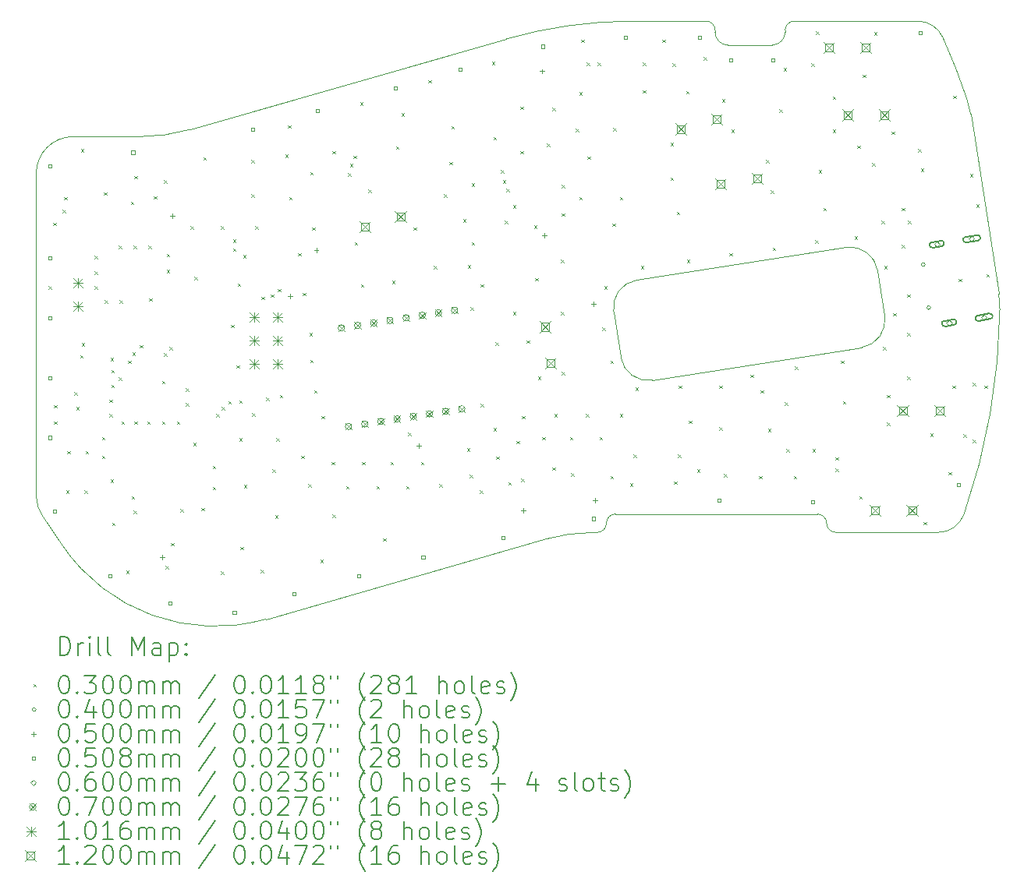
<source format=gbr>
%TF.GenerationSoftware,KiCad,Pcbnew,(6.0.10)*%
%TF.CreationDate,2023-01-19T12:39:29+01:00*%
%TF.ProjectId,QMKMouse,514d4b4d-6f75-4736-952e-6b696361645f,2.001*%
%TF.SameCoordinates,PX5c0b167PY839143b*%
%TF.FileFunction,Drillmap*%
%TF.FilePolarity,Positive*%
%FSLAX45Y45*%
G04 Gerber Fmt 4.5, Leading zero omitted, Abs format (unit mm)*
G04 Created by KiCad (PCBNEW (6.0.10)) date 2023-01-19 12:39:29*
%MOMM*%
%LPD*%
G01*
G04 APERTURE LIST*
%ADD10C,0.050000*%
%ADD11C,0.200000*%
%ADD12C,0.030000*%
%ADD13C,0.040000*%
%ADD14C,0.050800*%
%ADD15C,0.060000*%
%ADD16C,0.070000*%
%ADD17C,0.101600*%
%ADD18C,0.120000*%
G04 APERTURE END LIST*
D10*
X8961246Y3029454D02*
X6688857Y2674139D01*
X6518924Y3760933D02*
X8791313Y4116249D01*
X400012Y5319703D02*
G75*
G03*
X12Y4919701I7J-400007D01*
G01*
X7990090Y6315012D02*
X7510090Y6315012D01*
X6346112Y2924192D02*
G75*
G03*
X6688857Y2674139I296397J46344D01*
G01*
X10073537Y1221194D02*
G75*
G03*
X10461271Y3445588I-6611896J2298509D01*
G01*
X8961246Y3029454D02*
G75*
G03*
X9211299Y3372198I-46337J296392D01*
G01*
X9568893Y6575012D02*
X8230090Y6575012D01*
X6090000Y1020005D02*
G75*
G03*
X6190000Y1120000I9J99991D01*
G01*
X8130090Y6475012D02*
X8130090Y6455012D01*
X286957Y874821D02*
X69312Y1194674D01*
X5102321Y6381321D02*
X1670205Y5397177D01*
X10461271Y3445588D02*
G75*
G03*
X10449322Y3610660I-1000001J10588D01*
G01*
X9134062Y3866196D02*
G75*
G03*
X8791313Y4116249I-296402J-46350D01*
G01*
X8680000Y1020000D02*
X9790170Y1019701D01*
X1118930Y5319701D02*
G75*
G03*
X1670205Y5397177I-11J2000085D01*
G01*
X9842352Y6398384D02*
G75*
G03*
X9568893Y6575012I-273462J-123379D01*
G01*
X6480508Y6575012D02*
G75*
G03*
X5102321Y6381321I2J-5000006D01*
G01*
X7370096Y6455012D02*
G75*
G03*
X7510090Y6315012I139994J-6D01*
G01*
X10461271Y3445588D02*
X10461271Y3445588D01*
X7990090Y6315015D02*
G75*
G03*
X8130090Y6455012I9J139991D01*
G01*
X10104548Y5726979D02*
G75*
G03*
X9842352Y6398384I-6642679J-2207193D01*
G01*
X6518924Y3760930D02*
G75*
G03*
X6268870Y3418190I46325J-296384D01*
G01*
X10449322Y3610660D02*
X10143560Y5566139D01*
X9790170Y1019703D02*
G75*
G03*
X10073537Y1221194I-1J300003D01*
G01*
X12Y1419701D02*
X12Y1427100D01*
X286956Y874820D02*
G75*
G03*
X2491733Y77436I1653503J1125145D01*
G01*
X6058885Y1019701D02*
G75*
G03*
X5507610Y942224I14J-2000105D01*
G01*
X1073400Y5319701D02*
X400012Y5319701D01*
X8579993Y1120000D02*
G75*
G03*
X8680000Y1020000I100006J6D01*
G01*
X7370096Y6475012D02*
G75*
G03*
X7270090Y6575012I-100006J-7D01*
G01*
X6346113Y2924192D02*
X6268870Y3418190D01*
X12Y4919701D02*
X12Y1427100D01*
X6058885Y1019701D02*
X6090000Y1020000D01*
X6290000Y1219995D02*
G75*
G03*
X6190000Y1120000I-11J-99989D01*
G01*
X2491733Y77436D02*
X5507610Y942224D01*
X7270090Y6575012D02*
X6480508Y6575012D01*
X13Y1419701D02*
G75*
G03*
X69312Y1194674I399987J-5D01*
G01*
X8230090Y6575015D02*
G75*
G03*
X8130090Y6475012I9J-100009D01*
G01*
X1073400Y5319701D02*
X1118930Y5319701D01*
X7370090Y6475012D02*
X7370090Y6455012D01*
X6290000Y1220000D02*
X8480000Y1220000D01*
X10143560Y5566138D02*
G75*
G03*
X10104549Y5726979I-988040J-154493D01*
G01*
X8579993Y1120000D02*
G75*
G03*
X8480000Y1220000I-99994J6D01*
G01*
X9134057Y3866195D02*
X9211299Y3372198D01*
D11*
D12*
X135000Y3695000D02*
X165000Y3665000D01*
X165000Y3695000D02*
X135000Y3665000D01*
X185000Y4385000D02*
X215000Y4355000D01*
X215000Y4385000D02*
X185000Y4355000D01*
X195000Y2405000D02*
X225000Y2375000D01*
X225000Y2405000D02*
X195000Y2375000D01*
X195000Y2225000D02*
X225000Y2195000D01*
X225000Y2225000D02*
X195000Y2195000D01*
X285000Y4525000D02*
X315000Y4495000D01*
X315000Y4525000D02*
X285000Y4495000D01*
X305000Y4665000D02*
X335000Y4635000D01*
X335000Y4665000D02*
X305000Y4635000D01*
X325000Y1475000D02*
X355000Y1445000D01*
X355000Y1475000D02*
X325000Y1445000D01*
X335000Y1905000D02*
X365000Y1875000D01*
X365000Y1905000D02*
X335000Y1875000D01*
X415000Y2545000D02*
X445000Y2515000D01*
X445000Y2545000D02*
X415000Y2515000D01*
X435000Y2385000D02*
X465000Y2355000D01*
X465000Y2385000D02*
X435000Y2355000D01*
X475000Y2945000D02*
X505000Y2915000D01*
X505000Y2945000D02*
X475000Y2915000D01*
X485000Y5185000D02*
X515000Y5155000D01*
X515000Y5185000D02*
X485000Y5155000D01*
X495000Y3075000D02*
X525000Y3045000D01*
X525000Y3075000D02*
X495000Y3045000D01*
X525000Y1475000D02*
X555000Y1445000D01*
X555000Y1475000D02*
X525000Y1445000D01*
X535000Y1905000D02*
X565000Y1875000D01*
X565000Y1905000D02*
X535000Y1875000D01*
X635000Y4025000D02*
X665000Y3995000D01*
X665000Y4025000D02*
X635000Y3995000D01*
X635000Y3854999D02*
X665000Y3824999D01*
X665000Y3854999D02*
X635000Y3824999D01*
X635000Y3694999D02*
X665000Y3664999D01*
X665000Y3694999D02*
X635000Y3664999D01*
X715000Y2055000D02*
X745000Y2025000D01*
X745000Y2055000D02*
X715000Y2025000D01*
X715000Y1855000D02*
X745000Y1825000D01*
X745000Y1855000D02*
X715000Y1825000D01*
X735000Y4715000D02*
X765000Y4685000D01*
X765000Y4715000D02*
X735000Y4685000D01*
X745000Y3544999D02*
X775000Y3514999D01*
X775000Y3544999D02*
X745000Y3514999D01*
X795000Y2465000D02*
X825000Y2435000D01*
X825000Y2465000D02*
X795000Y2435000D01*
X795000Y2305000D02*
X825000Y2275000D01*
X825000Y2305000D02*
X795000Y2275000D01*
X805000Y2915000D02*
X835000Y2885000D01*
X835000Y2915000D02*
X805000Y2885000D01*
X805000Y1595000D02*
X835000Y1565000D01*
X835000Y1595000D02*
X805000Y1565000D01*
X815000Y2785000D02*
X845000Y2755000D01*
X845000Y2785000D02*
X815000Y2755000D01*
X815000Y2625000D02*
X845000Y2595000D01*
X845000Y2625000D02*
X815000Y2595000D01*
X825000Y1125000D02*
X855000Y1095000D01*
X855000Y1125000D02*
X825000Y1095000D01*
X894999Y4134999D02*
X924999Y4104999D01*
X924999Y4134999D02*
X894999Y4104999D01*
X895000Y2705000D02*
X925000Y2675000D01*
X925000Y2705000D02*
X895000Y2675000D01*
X904999Y3544999D02*
X934999Y3514999D01*
X934999Y3544999D02*
X904999Y3514999D01*
X924999Y2224999D02*
X954999Y2194999D01*
X954999Y2224999D02*
X924999Y2194999D01*
X975000Y605000D02*
X1005000Y575000D01*
X1005000Y605000D02*
X975000Y575000D01*
X994998Y2884994D02*
X1024998Y2854994D01*
X1024998Y2884994D02*
X994998Y2854994D01*
X1025000Y4615000D02*
X1055000Y4585000D01*
X1055000Y4615000D02*
X1025000Y4585000D01*
X1035000Y1415000D02*
X1065000Y1385000D01*
X1065000Y1415000D02*
X1035000Y1385000D01*
X1045000Y2975000D02*
X1075000Y2945000D01*
X1075000Y2975000D02*
X1045000Y2945000D01*
X1054999Y4134999D02*
X1084999Y4104999D01*
X1084999Y4134999D02*
X1054999Y4104999D01*
X1055000Y1255000D02*
X1085000Y1225000D01*
X1085000Y1255000D02*
X1055000Y1225000D01*
X1065000Y4895000D02*
X1095000Y4865000D01*
X1095000Y4895000D02*
X1065000Y4865000D01*
X1065000Y2225000D02*
X1095000Y2195000D01*
X1095000Y2225000D02*
X1065000Y2195000D01*
X1125000Y3055000D02*
X1155000Y3025000D01*
X1155000Y3055000D02*
X1125000Y3025000D01*
X1205000Y2225000D02*
X1235000Y2195000D01*
X1235000Y2225000D02*
X1205000Y2195000D01*
X1215000Y4134999D02*
X1245000Y4104999D01*
X1245000Y4134999D02*
X1215000Y4104999D01*
X1225000Y3565000D02*
X1255000Y3535000D01*
X1255000Y3565000D02*
X1225000Y3535000D01*
X1275000Y4675000D02*
X1305000Y4645000D01*
X1305000Y4675000D02*
X1275000Y4645000D01*
X1365000Y2665000D02*
X1395000Y2635000D01*
X1395000Y2665000D02*
X1365000Y2635000D01*
X1365000Y2225000D02*
X1395000Y2195000D01*
X1395000Y2225000D02*
X1365000Y2195000D01*
X1385000Y4845000D02*
X1415000Y4815000D01*
X1415000Y4845000D02*
X1385000Y4815000D01*
X1385000Y2965000D02*
X1415000Y2935000D01*
X1415000Y2965000D02*
X1385000Y2935000D01*
X1405000Y655000D02*
X1435000Y625000D01*
X1435000Y655000D02*
X1405000Y625000D01*
X1414999Y4044999D02*
X1444999Y4014999D01*
X1444999Y4044999D02*
X1414999Y4014999D01*
X1414999Y3874999D02*
X1444999Y3844999D01*
X1444999Y3874999D02*
X1414999Y3844999D01*
X1445000Y3034999D02*
X1475000Y3004999D01*
X1475000Y3034999D02*
X1445000Y3004999D01*
X1465000Y905000D02*
X1495000Y875000D01*
X1495000Y905000D02*
X1465000Y875000D01*
X1524999Y2224999D02*
X1554999Y2194999D01*
X1554999Y2224999D02*
X1524999Y2194999D01*
X1564999Y1275000D02*
X1594999Y1245000D01*
X1594999Y1275000D02*
X1564999Y1245000D01*
X1625000Y2585000D02*
X1655000Y2555000D01*
X1655000Y2585000D02*
X1625000Y2555000D01*
X1625000Y2425000D02*
X1655000Y2395000D01*
X1655000Y2425000D02*
X1625000Y2395000D01*
X1675000Y4345000D02*
X1705000Y4315000D01*
X1705000Y4345000D02*
X1675000Y4315000D01*
X1705000Y1995000D02*
X1735000Y1965000D01*
X1735000Y1995000D02*
X1705000Y1965000D01*
X1715000Y3794999D02*
X1745000Y3764999D01*
X1745000Y3794999D02*
X1715000Y3764999D01*
X1794999Y1285000D02*
X1824999Y1255000D01*
X1824999Y1285000D02*
X1794999Y1255000D01*
X1815000Y5095000D02*
X1845000Y5065000D01*
X1845000Y5095000D02*
X1815000Y5065000D01*
X1915000Y1745000D02*
X1945000Y1715000D01*
X1945000Y1745000D02*
X1915000Y1715000D01*
X1915000Y1515000D02*
X1945000Y1485000D01*
X1945000Y1515000D02*
X1915000Y1485000D01*
X1955000Y2305000D02*
X1985000Y2275000D01*
X1985000Y2305000D02*
X1955000Y2275000D01*
X2005000Y4345000D02*
X2035000Y4315000D01*
X2035000Y4345000D02*
X2005000Y4315000D01*
X2005000Y595000D02*
X2035000Y565000D01*
X2035000Y595000D02*
X2005000Y565000D01*
X2015000Y2385000D02*
X2045000Y2355000D01*
X2045000Y2385000D02*
X2015000Y2355000D01*
X2085000Y2445000D02*
X2115000Y2415000D01*
X2115000Y2445000D02*
X2085000Y2415000D01*
X2115000Y3275000D02*
X2145000Y3245000D01*
X2145000Y3275000D02*
X2115000Y3245000D01*
X2135000Y4205000D02*
X2165000Y4175000D01*
X2165000Y4205000D02*
X2135000Y4175000D01*
X2135000Y4105000D02*
X2165000Y4075000D01*
X2165000Y4105000D02*
X2135000Y4075000D01*
X2175000Y2835000D02*
X2205000Y2805000D01*
X2205000Y2835000D02*
X2175000Y2805000D01*
X2185000Y3724999D02*
X2215000Y3694999D01*
X2215000Y3724999D02*
X2185000Y3694999D01*
X2205000Y2455000D02*
X2235000Y2425000D01*
X2235000Y2455000D02*
X2205000Y2425000D01*
X2205000Y2045000D02*
X2235000Y2015000D01*
X2235000Y2045000D02*
X2205000Y2015000D01*
X2215000Y865000D02*
X2245000Y835000D01*
X2245000Y865000D02*
X2215000Y835000D01*
X2245000Y4035000D02*
X2275000Y4005000D01*
X2275000Y4035000D02*
X2245000Y4005000D01*
X2255000Y1535000D02*
X2285000Y1505000D01*
X2285000Y1535000D02*
X2255000Y1505000D01*
X2335000Y5065000D02*
X2365000Y5035000D01*
X2365000Y5065000D02*
X2335000Y5035000D01*
X2335000Y4695000D02*
X2365000Y4665000D01*
X2365000Y4695000D02*
X2335000Y4665000D01*
X2345000Y2315000D02*
X2375000Y2285000D01*
X2375000Y2315000D02*
X2345000Y2285000D01*
X2375000Y4345000D02*
X2405000Y4315000D01*
X2405000Y4345000D02*
X2375000Y4315000D01*
X2435000Y615000D02*
X2465000Y585000D01*
X2465000Y615000D02*
X2435000Y585000D01*
X2445000Y3580000D02*
X2475000Y3550000D01*
X2475000Y3580000D02*
X2445000Y3550000D01*
X2495000Y2485000D02*
X2525000Y2455000D01*
X2525000Y2485000D02*
X2495000Y2455000D01*
X2545000Y3605000D02*
X2575000Y3575000D01*
X2575000Y3605000D02*
X2545000Y3575000D01*
X2565000Y1705000D02*
X2595000Y1675000D01*
X2595000Y1705000D02*
X2565000Y1675000D01*
X2595000Y1205000D02*
X2625000Y1175000D01*
X2625000Y1205000D02*
X2595000Y1175000D01*
X2605000Y2045000D02*
X2635000Y2015000D01*
X2635000Y2045000D02*
X2605000Y2015000D01*
X2625000Y3665000D02*
X2655000Y3635000D01*
X2655000Y3665000D02*
X2625000Y3635000D01*
X2645000Y2515000D02*
X2675000Y2485000D01*
X2675000Y2515000D02*
X2645000Y2485000D01*
X2705000Y5125000D02*
X2735000Y5095000D01*
X2735000Y5125000D02*
X2705000Y5095000D01*
X2735000Y5445000D02*
X2765000Y5415000D01*
X2765000Y5445000D02*
X2735000Y5415000D01*
X2745000Y4665000D02*
X2775000Y4635000D01*
X2775000Y4665000D02*
X2745000Y4635000D01*
X2845000Y4055000D02*
X2875000Y4025000D01*
X2875000Y4055000D02*
X2845000Y4025000D01*
X2875000Y1855000D02*
X2905000Y1825000D01*
X2905000Y1855000D02*
X2875000Y1825000D01*
X2895000Y3625000D02*
X2925000Y3595000D01*
X2925000Y3625000D02*
X2895000Y3595000D01*
X2955000Y1545000D02*
X2985000Y1515000D01*
X2985000Y1545000D02*
X2955000Y1515000D01*
X2965000Y3185000D02*
X2995000Y3155000D01*
X2995000Y3185000D02*
X2965000Y3155000D01*
X2975000Y4935000D02*
X3005000Y4905000D01*
X3005000Y4935000D02*
X2975000Y4905000D01*
X2975000Y2895000D02*
X3005000Y2865000D01*
X3005000Y2895000D02*
X2975000Y2865000D01*
X2995000Y4335000D02*
X3025000Y4305000D01*
X3025000Y4335000D02*
X2995000Y4305000D01*
X3015000Y2565000D02*
X3045000Y2535000D01*
X3045000Y2565000D02*
X3015000Y2535000D01*
X3085000Y725000D02*
X3115000Y695000D01*
X3115000Y725000D02*
X3085000Y695000D01*
X3095000Y2285000D02*
X3125000Y2255000D01*
X3125000Y2285000D02*
X3095000Y2255000D01*
X3205000Y1785000D02*
X3235000Y1755000D01*
X3235000Y1785000D02*
X3205000Y1755000D01*
X3215000Y5165000D02*
X3245000Y5135000D01*
X3245000Y5165000D02*
X3215000Y5135000D01*
X3215000Y1215000D02*
X3245000Y1185000D01*
X3245000Y1215000D02*
X3215000Y1185000D01*
X3365000Y1525000D02*
X3395000Y1495000D01*
X3395000Y1525000D02*
X3365000Y1495000D01*
X3385000Y4925000D02*
X3415000Y4895000D01*
X3415000Y4925000D02*
X3385000Y4895000D01*
X3405000Y5025000D02*
X3435000Y4995000D01*
X3435000Y5025000D02*
X3405000Y4995000D01*
X3445000Y5115000D02*
X3475000Y5085000D01*
X3475000Y5115000D02*
X3445000Y5085000D01*
X3455000Y4175000D02*
X3485000Y4145000D01*
X3485000Y4175000D02*
X3455000Y4145000D01*
X3515000Y5695000D02*
X3545000Y5665000D01*
X3545000Y5695000D02*
X3515000Y5665000D01*
X3525000Y3715000D02*
X3555000Y3685000D01*
X3555000Y3715000D02*
X3525000Y3685000D01*
X3535000Y1785000D02*
X3565000Y1755000D01*
X3565000Y1785000D02*
X3535000Y1755000D01*
X3605000Y4745000D02*
X3635000Y4715000D01*
X3635000Y4745000D02*
X3605000Y4715000D01*
X3695000Y1525000D02*
X3725000Y1495000D01*
X3725000Y1525000D02*
X3695000Y1495000D01*
X3765000Y955000D02*
X3795000Y925000D01*
X3795000Y955000D02*
X3765000Y925000D01*
X3845000Y1785000D02*
X3875000Y1755000D01*
X3875000Y1785000D02*
X3845000Y1755000D01*
X3865000Y3755000D02*
X3895000Y3725000D01*
X3895000Y3755000D02*
X3865000Y3725000D01*
X3905000Y5215000D02*
X3935000Y5185000D01*
X3935000Y5215000D02*
X3905000Y5185000D01*
X3965000Y5575000D02*
X3995000Y5545000D01*
X3995000Y5575000D02*
X3965000Y5545000D01*
X4015000Y1525000D02*
X4045000Y1495000D01*
X4045000Y1525000D02*
X4015000Y1495000D01*
X4035000Y2105000D02*
X4065000Y2075000D01*
X4065000Y2105000D02*
X4035000Y2075000D01*
X4095000Y4335000D02*
X4125000Y4305000D01*
X4125000Y4335000D02*
X4095000Y4305000D01*
X4175000Y1785000D02*
X4205000Y1755000D01*
X4205000Y1785000D02*
X4175000Y1755000D01*
X4255000Y5935000D02*
X4285000Y5905000D01*
X4285000Y5935000D02*
X4255000Y5905000D01*
X4315000Y3915000D02*
X4345000Y3885000D01*
X4345000Y3915000D02*
X4315000Y3885000D01*
X4375000Y1545000D02*
X4405000Y1515000D01*
X4405000Y1545000D02*
X4375000Y1515000D01*
X4425000Y4695000D02*
X4455000Y4665000D01*
X4455000Y4695000D02*
X4425000Y4665000D01*
X4485000Y5045000D02*
X4515000Y5015000D01*
X4515000Y5045000D02*
X4485000Y5015000D01*
X4505000Y5435000D02*
X4535000Y5405000D01*
X4535000Y5435000D02*
X4505000Y5405000D01*
X4635000Y4425000D02*
X4665000Y4395000D01*
X4665000Y4425000D02*
X4635000Y4395000D01*
X4675000Y1935000D02*
X4705000Y1905000D01*
X4705000Y1935000D02*
X4675000Y1905000D01*
X4685000Y3925000D02*
X4715000Y3895000D01*
X4715000Y3925000D02*
X4685000Y3895000D01*
X4705000Y1645000D02*
X4735000Y1615000D01*
X4735000Y1645000D02*
X4705000Y1615000D01*
X4715000Y3465000D02*
X4745000Y3435000D01*
X4745000Y3465000D02*
X4715000Y3435000D01*
X4725000Y4815000D02*
X4755000Y4785000D01*
X4755000Y4815000D02*
X4725000Y4785000D01*
X4725000Y4175000D02*
X4755000Y4145000D01*
X4755000Y4175000D02*
X4725000Y4145000D01*
X4815000Y1475000D02*
X4845000Y1445000D01*
X4845000Y1475000D02*
X4815000Y1445000D01*
X4825000Y3715000D02*
X4855000Y3685000D01*
X4855000Y3715000D02*
X4825000Y3685000D01*
X4825000Y2415000D02*
X4855000Y2385000D01*
X4855000Y2415000D02*
X4825000Y2385000D01*
X4945000Y6135000D02*
X4975000Y6105000D01*
X4975000Y6135000D02*
X4945000Y6105000D01*
X4965000Y5315000D02*
X4995000Y5285000D01*
X4995000Y5315000D02*
X4965000Y5285000D01*
X4965000Y2155000D02*
X4995000Y2125000D01*
X4995000Y2155000D02*
X4965000Y2125000D01*
X4985000Y3085000D02*
X5015000Y3055000D01*
X5015000Y3085000D02*
X4985000Y3055000D01*
X4995000Y1845000D02*
X5025000Y1815000D01*
X5025000Y1845000D02*
X4995000Y1815000D01*
X5045000Y4955000D02*
X5075000Y4925000D01*
X5075000Y4955000D02*
X5045000Y4925000D01*
X5065000Y4845000D02*
X5095000Y4815000D01*
X5095000Y4845000D02*
X5065000Y4815000D01*
X5085000Y4405000D02*
X5115000Y4375000D01*
X5115000Y4405000D02*
X5085000Y4375000D01*
X5105000Y4755000D02*
X5135000Y4725000D01*
X5135000Y4755000D02*
X5105000Y4725000D01*
X5125000Y1565000D02*
X5155000Y1535000D01*
X5155000Y1565000D02*
X5125000Y1535000D01*
X5175000Y4575000D02*
X5205000Y4545000D01*
X5205000Y4575000D02*
X5175000Y4545000D01*
X5175000Y3415000D02*
X5205000Y3385000D01*
X5205000Y3415000D02*
X5175000Y3385000D01*
X5215000Y2015000D02*
X5245000Y1985000D01*
X5245000Y2015000D02*
X5215000Y1985000D01*
X5255000Y5645000D02*
X5285000Y5615000D01*
X5285000Y5645000D02*
X5255000Y5615000D01*
X5255000Y5165000D02*
X5285000Y5135000D01*
X5285000Y5165000D02*
X5255000Y5135000D01*
X5265000Y1605000D02*
X5295000Y1575000D01*
X5295000Y1605000D02*
X5265000Y1575000D01*
X5275000Y2285000D02*
X5305000Y2255000D01*
X5305000Y2285000D02*
X5275000Y2255000D01*
X5325000Y3105000D02*
X5355000Y3075000D01*
X5355000Y3105000D02*
X5325000Y3075000D01*
X5405000Y4355000D02*
X5435000Y4325000D01*
X5435000Y4355000D02*
X5405000Y4325000D01*
X5415000Y3785000D02*
X5445000Y3755000D01*
X5445000Y3785000D02*
X5415000Y3755000D01*
X5445000Y2715000D02*
X5475000Y2685000D01*
X5475000Y2715000D02*
X5445000Y2685000D01*
X5495000Y2055000D02*
X5525000Y2025000D01*
X5525000Y2055000D02*
X5495000Y2025000D01*
X5545000Y5245000D02*
X5575000Y5215000D01*
X5575000Y5245000D02*
X5545000Y5215000D01*
X5605000Y5635000D02*
X5635000Y5605000D01*
X5635000Y5635000D02*
X5605000Y5605000D01*
X5605000Y1725000D02*
X5635000Y1695000D01*
X5635000Y1725000D02*
X5605000Y1695000D01*
X5625000Y2305000D02*
X5655000Y2275000D01*
X5655000Y2305000D02*
X5625000Y2275000D01*
X5695000Y3985000D02*
X5725000Y3955000D01*
X5725000Y3985000D02*
X5695000Y3955000D01*
X5695000Y3415000D02*
X5725000Y3385000D01*
X5725000Y3415000D02*
X5695000Y3385000D01*
X5705000Y4795000D02*
X5735000Y4765000D01*
X5735000Y4795000D02*
X5705000Y4765000D01*
X5705000Y4485000D02*
X5735000Y4455000D01*
X5735000Y4485000D02*
X5705000Y4455000D01*
X5705000Y2765000D02*
X5735000Y2735000D01*
X5735000Y2765000D02*
X5705000Y2735000D01*
X5795000Y2055000D02*
X5825000Y2025000D01*
X5825000Y2055000D02*
X5795000Y2025000D01*
X5805000Y1665000D02*
X5835000Y1635000D01*
X5835000Y1665000D02*
X5805000Y1635000D01*
X5855000Y5405000D02*
X5885000Y5375000D01*
X5885000Y5405000D02*
X5855000Y5375000D01*
X5895000Y5805000D02*
X5925000Y5775000D01*
X5925000Y5805000D02*
X5895000Y5775000D01*
X5895000Y4665000D02*
X5925000Y4635000D01*
X5925000Y4665000D02*
X5895000Y4635000D01*
X5915000Y6375000D02*
X5945000Y6345000D01*
X5945000Y6375000D02*
X5915000Y6345000D01*
X5965000Y2305000D02*
X5995000Y2275000D01*
X5995000Y2305000D02*
X5965000Y2275000D01*
X5975000Y6125000D02*
X6005000Y6095000D01*
X6005000Y6125000D02*
X5975000Y6095000D01*
X5985000Y5105000D02*
X6015000Y5075000D01*
X6015000Y5105000D02*
X5985000Y5075000D01*
X6095000Y6125000D02*
X6125000Y6095000D01*
X6125000Y6125000D02*
X6095000Y6095000D01*
X6115000Y2055000D02*
X6145000Y2025000D01*
X6145000Y2055000D02*
X6115000Y2025000D01*
X6145000Y3245000D02*
X6175000Y3215000D01*
X6175000Y3245000D02*
X6145000Y3215000D01*
X6165000Y3695000D02*
X6195000Y3665000D01*
X6195000Y3695000D02*
X6165000Y3665000D01*
X6235000Y2885000D02*
X6265000Y2855000D01*
X6265000Y2885000D02*
X6235000Y2855000D01*
X6235000Y1635000D02*
X6265000Y1605000D01*
X6265000Y1635000D02*
X6235000Y1605000D01*
X6255000Y4375000D02*
X6285000Y4345000D01*
X6285000Y4375000D02*
X6255000Y4345000D01*
X6265000Y5415000D02*
X6295000Y5385000D01*
X6295000Y5415000D02*
X6265000Y5385000D01*
X6335000Y4665000D02*
X6365000Y4635000D01*
X6365000Y4665000D02*
X6335000Y4635000D01*
X6335000Y2305000D02*
X6365000Y2275000D01*
X6365000Y2305000D02*
X6335000Y2275000D01*
X6445000Y1555000D02*
X6475000Y1525000D01*
X6475000Y1555000D02*
X6445000Y1525000D01*
X6485000Y1865000D02*
X6515000Y1835000D01*
X6515000Y1865000D02*
X6485000Y1835000D01*
X6505000Y2595000D02*
X6535000Y2565000D01*
X6535000Y2595000D02*
X6505000Y2565000D01*
X6565000Y3915000D02*
X6595000Y3885000D01*
X6595000Y3915000D02*
X6565000Y3885000D01*
X6585000Y6125000D02*
X6615000Y6095000D01*
X6615000Y6125000D02*
X6585000Y6095000D01*
X6585000Y5825000D02*
X6615000Y5795000D01*
X6615000Y5825000D02*
X6585000Y5795000D01*
X6795000Y6375000D02*
X6825000Y6345000D01*
X6825000Y6375000D02*
X6795000Y6345000D01*
X6885000Y5255000D02*
X6915000Y5225000D01*
X6915000Y5255000D02*
X6885000Y5225000D01*
X6885000Y4875000D02*
X6915000Y4845000D01*
X6915000Y4875000D02*
X6885000Y4845000D01*
X6905000Y6115000D02*
X6935000Y6085000D01*
X6935000Y6115000D02*
X6905000Y6085000D01*
X6925000Y1575000D02*
X6955000Y1545000D01*
X6955000Y1575000D02*
X6925000Y1545000D01*
X6955000Y4505000D02*
X6985000Y4475000D01*
X6985000Y4505000D02*
X6955000Y4475000D01*
X6965000Y1865000D02*
X6995000Y1835000D01*
X6995000Y1865000D02*
X6965000Y1835000D01*
X6975000Y2615000D02*
X7005000Y2585000D01*
X7005000Y2615000D02*
X6975000Y2585000D01*
X7055000Y5815000D02*
X7085000Y5785000D01*
X7085000Y5815000D02*
X7055000Y5785000D01*
X7065000Y3985000D02*
X7095000Y3955000D01*
X7095000Y3985000D02*
X7065000Y3955000D01*
X7085000Y2235000D02*
X7115000Y2205000D01*
X7115000Y2235000D02*
X7085000Y2205000D01*
X7175000Y1705000D02*
X7205000Y1675000D01*
X7205000Y1705000D02*
X7175000Y1675000D01*
X7245000Y6185000D02*
X7275000Y6155000D01*
X7275000Y6185000D02*
X7245000Y6155000D01*
X7415000Y2615000D02*
X7445000Y2585000D01*
X7445000Y2615000D02*
X7415000Y2585000D01*
X7415000Y2165000D02*
X7445000Y2135000D01*
X7445000Y2165000D02*
X7415000Y2135000D01*
X7445000Y5725000D02*
X7475000Y5695000D01*
X7475000Y5725000D02*
X7445000Y5695000D01*
X7465000Y1655000D02*
X7495000Y1625000D01*
X7495000Y1655000D02*
X7465000Y1625000D01*
X7525000Y4055000D02*
X7555000Y4025000D01*
X7555000Y4055000D02*
X7525000Y4025000D01*
X7545000Y5395000D02*
X7575000Y5365000D01*
X7575000Y5395000D02*
X7545000Y5365000D01*
X7755000Y2735000D02*
X7785000Y2705000D01*
X7785000Y2735000D02*
X7755000Y2705000D01*
X7845000Y1635000D02*
X7875000Y1605000D01*
X7875000Y1635000D02*
X7845000Y1605000D01*
X7865000Y2565000D02*
X7895000Y2535000D01*
X7895000Y2565000D02*
X7865000Y2535000D01*
X7925000Y5065000D02*
X7955000Y5035000D01*
X7955000Y5065000D02*
X7925000Y5035000D01*
X7945000Y2145000D02*
X7975000Y2115000D01*
X7975000Y2145000D02*
X7945000Y2115000D01*
X7975000Y4735000D02*
X8005000Y4705000D01*
X8005000Y4735000D02*
X7975000Y4705000D01*
X7995000Y4115000D02*
X8025000Y4085000D01*
X8025000Y4115000D02*
X7995000Y4085000D01*
X8065000Y5615000D02*
X8095000Y5585000D01*
X8095000Y5615000D02*
X8065000Y5585000D01*
X8115000Y6065000D02*
X8145000Y6035000D01*
X8145000Y6065000D02*
X8115000Y6035000D01*
X8125000Y2435000D02*
X8155000Y2405000D01*
X8155000Y2435000D02*
X8125000Y2405000D01*
X8145000Y1925000D02*
X8175000Y1895000D01*
X8175000Y1925000D02*
X8145000Y1895000D01*
X8225000Y1635000D02*
X8255000Y1605000D01*
X8255000Y1635000D02*
X8225000Y1605000D01*
X8235000Y2825000D02*
X8265000Y2795000D01*
X8265000Y2825000D02*
X8235000Y2795000D01*
X8415000Y6115000D02*
X8445000Y6085000D01*
X8445000Y6115000D02*
X8415000Y6085000D01*
X8425000Y1925000D02*
X8455000Y1895000D01*
X8455000Y1925000D02*
X8425000Y1895000D01*
X8455000Y4195000D02*
X8485000Y4165000D01*
X8485000Y4195000D02*
X8455000Y4165000D01*
X8465000Y6465000D02*
X8495000Y6435000D01*
X8495000Y6465000D02*
X8465000Y6435000D01*
X8495000Y4955000D02*
X8525000Y4925000D01*
X8525000Y4955000D02*
X8495000Y4925000D01*
X8545000Y4545000D02*
X8575000Y4515000D01*
X8575000Y4545000D02*
X8545000Y4515000D01*
X8645000Y5755000D02*
X8675000Y5725000D01*
X8675000Y5755000D02*
X8645000Y5725000D01*
X8645000Y5395000D02*
X8675000Y5365000D01*
X8675000Y5395000D02*
X8645000Y5365000D01*
X8675000Y1835000D02*
X8705000Y1805000D01*
X8705000Y1835000D02*
X8675000Y1805000D01*
X8675000Y1715000D02*
X8705000Y1685000D01*
X8705000Y1715000D02*
X8675000Y1685000D01*
X8735000Y2885000D02*
X8765000Y2855000D01*
X8765000Y2885000D02*
X8735000Y2855000D01*
X8755000Y2445000D02*
X8785000Y2415000D01*
X8785000Y2445000D02*
X8755000Y2415000D01*
X8885000Y4235000D02*
X8915000Y4205000D01*
X8915000Y4235000D02*
X8885000Y4205000D01*
X8915000Y5225000D02*
X8945000Y5195000D01*
X8945000Y5225000D02*
X8915000Y5195000D01*
X8935000Y1415000D02*
X8965000Y1385000D01*
X8965000Y1415000D02*
X8935000Y1385000D01*
X8975000Y5995000D02*
X9005000Y5965000D01*
X9005000Y5995000D02*
X8975000Y5965000D01*
X9075000Y5035000D02*
X9105000Y5005000D01*
X9105000Y5035000D02*
X9075000Y5005000D01*
X9095000Y6455000D02*
X9125000Y6425000D01*
X9125000Y6455000D02*
X9095000Y6425000D01*
X9175000Y4405000D02*
X9205000Y4375000D01*
X9205000Y4405000D02*
X9175000Y4375000D01*
X9195000Y3035000D02*
X9225000Y3005000D01*
X9225000Y3035000D02*
X9195000Y3005000D01*
X9205000Y3915000D02*
X9235000Y3885000D01*
X9235000Y3915000D02*
X9205000Y3885000D01*
X9235000Y2515000D02*
X9265000Y2485000D01*
X9265000Y2515000D02*
X9235000Y2485000D01*
X9235000Y2215000D02*
X9265000Y2185000D01*
X9265000Y2215000D02*
X9235000Y2185000D01*
X9285000Y5375000D02*
X9315000Y5345000D01*
X9315000Y5375000D02*
X9285000Y5345000D01*
X9305000Y3405000D02*
X9335000Y3375000D01*
X9335000Y3405000D02*
X9305000Y3375000D01*
X9395000Y4545000D02*
X9425000Y4515000D01*
X9425000Y4545000D02*
X9395000Y4515000D01*
X9395000Y4145000D02*
X9425000Y4115000D01*
X9425000Y4145000D02*
X9395000Y4115000D01*
X9455000Y3605000D02*
X9485000Y3575000D01*
X9485000Y3605000D02*
X9455000Y3575000D01*
X9455000Y3185000D02*
X9485000Y3155000D01*
X9485000Y3185000D02*
X9455000Y3155000D01*
X9455000Y2715000D02*
X9485000Y2685000D01*
X9485000Y2715000D02*
X9455000Y2685000D01*
X9465000Y4405000D02*
X9495000Y4375000D01*
X9495000Y4405000D02*
X9465000Y4375000D01*
X9575000Y5185000D02*
X9605000Y5155000D01*
X9605000Y5185000D02*
X9575000Y5155000D01*
X9605000Y4975000D02*
X9635000Y4945000D01*
X9635000Y4975000D02*
X9605000Y4945000D01*
X9635000Y1135000D02*
X9665000Y1105000D01*
X9665000Y1135000D02*
X9635000Y1105000D01*
X9705000Y2095000D02*
X9735000Y2065000D01*
X9735000Y2095000D02*
X9705000Y2065000D01*
X9905000Y1675000D02*
X9935000Y1645000D01*
X9935000Y1675000D02*
X9905000Y1645000D01*
X9945000Y2615000D02*
X9975000Y2585000D01*
X9975000Y2615000D02*
X9945000Y2585000D01*
X9955000Y5765000D02*
X9985000Y5735000D01*
X9985000Y5765000D02*
X9955000Y5735000D01*
X10015000Y3775000D02*
X10045000Y3745000D01*
X10045000Y3775000D02*
X10015000Y3745000D01*
X10065000Y2085000D02*
X10095000Y2055000D01*
X10095000Y2085000D02*
X10065000Y2055000D01*
X10135000Y4915000D02*
X10165000Y4885000D01*
X10165000Y4915000D02*
X10135000Y4885000D01*
X10165000Y2645000D02*
X10195000Y2615000D01*
X10195000Y2645000D02*
X10165000Y2615000D01*
X10165000Y2025000D02*
X10195000Y1995000D01*
X10195000Y2025000D02*
X10165000Y1995000D01*
X10205000Y4585000D02*
X10235000Y4555000D01*
X10235000Y4585000D02*
X10205000Y4555000D01*
X10295000Y2615000D02*
X10325000Y2585000D01*
X10325000Y2615000D02*
X10295000Y2585000D01*
X10315000Y3825000D02*
X10345000Y3795000D01*
X10345000Y3825000D02*
X10315000Y3795000D01*
D13*
X9650000Y3930000D02*
G75*
G03*
X9650000Y3930000I-20000J0D01*
G01*
X9709707Y3461795D02*
G75*
G03*
X9709707Y3461795I-20000J0D01*
G01*
D10*
X1370000Y775000D02*
X1370000Y725000D01*
X1345000Y750000D02*
X1395000Y750000D01*
X1474142Y4485000D02*
X1474142Y4435000D01*
X1449142Y4460000D02*
X1499142Y4460000D01*
X2760000Y3615000D02*
X2760000Y3565000D01*
X2735000Y3590000D02*
X2785000Y3590000D01*
X3040000Y4115000D02*
X3040000Y4065000D01*
X3015000Y4090000D02*
X3065000Y4090000D01*
X4150000Y1985000D02*
X4150000Y1935000D01*
X4125000Y1960000D02*
X4175000Y1960000D01*
X5290000Y1285000D02*
X5290000Y1235000D01*
X5265000Y1260000D02*
X5315000Y1260000D01*
X5490000Y6055000D02*
X5490000Y6005000D01*
X5465000Y6030000D02*
X5515000Y6030000D01*
X5520000Y4275000D02*
X5520000Y4225000D01*
X5495000Y4250000D02*
X5545000Y4250000D01*
X6050000Y3525000D02*
X6050000Y3475000D01*
X6025000Y3500000D02*
X6075000Y3500000D01*
X6065210Y1395000D02*
X6065210Y1345000D01*
X6040210Y1370000D02*
X6090210Y1370000D01*
D14*
X167961Y4982039D02*
X167961Y5017961D01*
X132039Y5017961D01*
X132039Y4982039D01*
X167961Y4982039D01*
X167961Y3982039D02*
X167961Y4017961D01*
X132039Y4017961D01*
X132039Y3982039D01*
X167961Y3982039D01*
X167961Y3332039D02*
X167961Y3367961D01*
X132039Y3367961D01*
X132039Y3332039D01*
X167961Y3332039D01*
X167961Y2682039D02*
X167961Y2717961D01*
X132039Y2717961D01*
X132039Y2682039D01*
X167961Y2682039D01*
X167961Y2032039D02*
X167961Y2067961D01*
X132039Y2067961D01*
X132039Y2032039D01*
X167961Y2032039D01*
X217961Y1232039D02*
X217961Y1267961D01*
X182039Y1267961D01*
X182039Y1232039D01*
X217961Y1232039D01*
X817961Y532039D02*
X817961Y567961D01*
X782039Y567961D01*
X782039Y532039D01*
X817961Y532039D01*
X1067961Y5132039D02*
X1067961Y5167961D01*
X1032039Y5167961D01*
X1032039Y5132039D01*
X1067961Y5132039D01*
X1467961Y232039D02*
X1467961Y267961D01*
X1432039Y267961D01*
X1432039Y232039D01*
X1467961Y232039D01*
X2167961Y132039D02*
X2167961Y167961D01*
X2132039Y167961D01*
X2132039Y132039D01*
X2167961Y132039D01*
X2367961Y5382039D02*
X2367961Y5417961D01*
X2332040Y5417961D01*
X2332040Y5382039D01*
X2367961Y5382039D01*
X2817961Y332039D02*
X2817961Y367961D01*
X2782039Y367961D01*
X2782039Y332039D01*
X2817961Y332039D01*
X3067961Y5582039D02*
X3067961Y5617961D01*
X3032039Y5617961D01*
X3032039Y5582039D01*
X3067961Y5582039D01*
X3517961Y532039D02*
X3517961Y567961D01*
X3482039Y567961D01*
X3482039Y532039D01*
X3517961Y532039D01*
X3917961Y5832039D02*
X3917961Y5867961D01*
X3882039Y5867961D01*
X3882039Y5832039D01*
X3917961Y5832039D01*
X4217961Y732039D02*
X4217961Y767961D01*
X4182039Y767961D01*
X4182039Y732039D01*
X4217961Y732039D01*
X4617961Y6032039D02*
X4617961Y6067961D01*
X4582039Y6067961D01*
X4582039Y6032039D01*
X4617961Y6032039D01*
X5087961Y942039D02*
X5087961Y977961D01*
X5052039Y977961D01*
X5052039Y942039D01*
X5087961Y942039D01*
X5517961Y6282039D02*
X5517961Y6317961D01*
X5482039Y6317961D01*
X5482039Y6282039D01*
X5517961Y6282039D01*
X6067961Y1152039D02*
X6067961Y1187961D01*
X6032039Y1187961D01*
X6032039Y1152039D01*
X6067961Y1152039D01*
X6417961Y6382039D02*
X6417961Y6417961D01*
X6382039Y6417961D01*
X6382039Y6382039D01*
X6417961Y6382039D01*
X7217961Y6382039D02*
X7217961Y6417961D01*
X7182039Y6417961D01*
X7182039Y6382039D01*
X7217961Y6382039D01*
X7427961Y1352039D02*
X7427961Y1387961D01*
X7392039Y1387961D01*
X7392039Y1352039D01*
X7427961Y1352039D01*
X7557961Y6132039D02*
X7557961Y6167961D01*
X7522039Y6167961D01*
X7522039Y6132039D01*
X7557961Y6132039D01*
X8017961Y6132039D02*
X8017961Y6167961D01*
X7982039Y6167961D01*
X7982039Y6132039D01*
X8017961Y6132039D01*
X8447961Y1332039D02*
X8447961Y1367961D01*
X8412040Y1367961D01*
X8412040Y1332039D01*
X8447961Y1332039D01*
X9617961Y6432039D02*
X9617961Y6467961D01*
X9582040Y6467961D01*
X9582040Y6432039D01*
X9617961Y6432039D01*
X10027961Y1522039D02*
X10027961Y1557961D01*
X9992039Y1557961D01*
X9992039Y1522039D01*
X10027961Y1522039D01*
D15*
X9777122Y4121608D02*
X9807122Y4151608D01*
X9777122Y4181608D01*
X9747122Y4151608D01*
X9777122Y4121608D01*
D11*
X9821888Y4188972D02*
X9723088Y4173524D01*
X9831157Y4129693D02*
X9732357Y4114244D01*
X9723088Y4173524D02*
G75*
G03*
X9732357Y4114244I4635J-29640D01*
G01*
X9831157Y4129693D02*
G75*
G03*
X9821888Y4188972I-4635J29640D01*
G01*
D15*
X9910598Y3267981D02*
X9940598Y3297981D01*
X9910598Y3327981D01*
X9880598Y3297981D01*
X9910598Y3267981D01*
D11*
X9955364Y3335345D02*
X9856564Y3319896D01*
X9964633Y3276065D02*
X9865833Y3260616D01*
X9856564Y3319896D02*
G75*
G03*
X9865833Y3260616I4635J-29640D01*
G01*
X9964633Y3276065D02*
G75*
G03*
X9955364Y3335345I-4635J29640D01*
G01*
D15*
X10155031Y4180699D02*
X10185031Y4210699D01*
X10155031Y4240699D01*
X10125031Y4210699D01*
X10155031Y4180699D01*
D11*
X10214616Y4250381D02*
X10086176Y4230297D01*
X10223885Y4191101D02*
X10095446Y4171018D01*
X10086176Y4230297D02*
G75*
G03*
X10095446Y4171018I4635J-29640D01*
G01*
X10223885Y4191101D02*
G75*
G03*
X10214616Y4250381I-4635J29640D01*
G01*
D15*
X10288507Y3327072D02*
X10318507Y3357072D01*
X10288507Y3387072D01*
X10258507Y3357072D01*
X10288507Y3327072D01*
D11*
X10348092Y3396753D02*
X10219652Y3376670D01*
X10357361Y3337473D02*
X10228922Y3317390D01*
X10219652Y3376670D02*
G75*
G03*
X10228922Y3317390I4635J-29640D01*
G01*
X10357361Y3337473D02*
G75*
G03*
X10348092Y3396753I-4635J29640D01*
G01*
D16*
X3277876Y3276115D02*
X3347876Y3206115D01*
X3347876Y3276115D02*
X3277876Y3206115D01*
X3347876Y3241115D02*
G75*
G03*
X3347876Y3241115I-35000J0D01*
G01*
X3355344Y2205226D02*
X3425344Y2135226D01*
X3425344Y2205226D02*
X3355344Y2135226D01*
X3425344Y2170226D02*
G75*
G03*
X3425344Y2170226I-35000J0D01*
G01*
X3453541Y3303582D02*
X3523541Y3233582D01*
X3523541Y3303582D02*
X3453541Y3233582D01*
X3523541Y3268582D02*
G75*
G03*
X3523541Y3268582I-35000J0D01*
G01*
X3531009Y2232694D02*
X3601009Y2162694D01*
X3601009Y2232694D02*
X3531009Y2162694D01*
X3601009Y2197694D02*
G75*
G03*
X3601009Y2197694I-35000J0D01*
G01*
X3629207Y3331050D02*
X3699207Y3261050D01*
X3699207Y3331050D02*
X3629207Y3261050D01*
X3699207Y3296050D02*
G75*
G03*
X3699207Y3296050I-35000J0D01*
G01*
X3706675Y2260162D02*
X3776675Y2190162D01*
X3776675Y2260162D02*
X3706675Y2190162D01*
X3776675Y2225162D02*
G75*
G03*
X3776675Y2225162I-35000J0D01*
G01*
X3804873Y3358518D02*
X3874873Y3288518D01*
X3874873Y3358518D02*
X3804873Y3288518D01*
X3874873Y3323518D02*
G75*
G03*
X3874873Y3323518I-35000J0D01*
G01*
X3882340Y2287629D02*
X3952340Y2217629D01*
X3952340Y2287629D02*
X3882340Y2217629D01*
X3952340Y2252629D02*
G75*
G03*
X3952340Y2252629I-35000J0D01*
G01*
X3980538Y3385985D02*
X4050538Y3315985D01*
X4050538Y3385985D02*
X3980538Y3315985D01*
X4050538Y3350985D02*
G75*
G03*
X4050538Y3350985I-35000J0D01*
G01*
X4058005Y2315097D02*
X4128005Y2245097D01*
X4128005Y2315097D02*
X4058005Y2245097D01*
X4128005Y2280097D02*
G75*
G03*
X4128005Y2280097I-35000J0D01*
G01*
X4156204Y3413453D02*
X4226204Y3343453D01*
X4226204Y3413453D02*
X4156204Y3343453D01*
X4226204Y3378453D02*
G75*
G03*
X4226204Y3378453I-35000J0D01*
G01*
X4233671Y2342565D02*
X4303671Y2272565D01*
X4303671Y2342565D02*
X4233671Y2272565D01*
X4303671Y2307565D02*
G75*
G03*
X4303671Y2307565I-35000J0D01*
G01*
X4331869Y3440921D02*
X4401869Y3370921D01*
X4401869Y3440921D02*
X4331869Y3370921D01*
X4401869Y3405921D02*
G75*
G03*
X4401869Y3405921I-35000J0D01*
G01*
X4409336Y2370033D02*
X4479336Y2300033D01*
X4479336Y2370033D02*
X4409336Y2300033D01*
X4479336Y2335033D02*
G75*
G03*
X4479336Y2335033I-35000J0D01*
G01*
X4507535Y3468388D02*
X4577535Y3398388D01*
X4577535Y3468388D02*
X4507535Y3398388D01*
X4577535Y3433388D02*
G75*
G03*
X4577535Y3433388I-35000J0D01*
G01*
X4585002Y2397500D02*
X4655002Y2327500D01*
X4655002Y2397500D02*
X4585002Y2327500D01*
X4655002Y2362500D02*
G75*
G03*
X4655002Y2362500I-35000J0D01*
G01*
D17*
X399200Y3784800D02*
X500800Y3683200D01*
X500800Y3784800D02*
X399200Y3683200D01*
X450000Y3784800D02*
X450000Y3683200D01*
X399200Y3734000D02*
X500800Y3734000D01*
X399200Y3530800D02*
X500800Y3429200D01*
X500800Y3530800D02*
X399200Y3429200D01*
X450000Y3530800D02*
X450000Y3429200D01*
X399200Y3480000D02*
X500800Y3480000D01*
X2315200Y3408799D02*
X2416800Y3307199D01*
X2416800Y3408799D02*
X2315200Y3307199D01*
X2366000Y3408799D02*
X2366000Y3307199D01*
X2315200Y3357999D02*
X2416800Y3357999D01*
X2315200Y3154799D02*
X2416800Y3053199D01*
X2416800Y3154799D02*
X2315200Y3053199D01*
X2366000Y3154799D02*
X2366000Y3053199D01*
X2315200Y3103999D02*
X2416800Y3103999D01*
X2315200Y2900799D02*
X2416800Y2799199D01*
X2416800Y2900799D02*
X2315200Y2799199D01*
X2366000Y2900799D02*
X2366000Y2799199D01*
X2315200Y2849999D02*
X2416800Y2849999D01*
X2569200Y3408799D02*
X2670800Y3307199D01*
X2670800Y3408799D02*
X2569200Y3307199D01*
X2620000Y3408799D02*
X2620000Y3307199D01*
X2569200Y3357999D02*
X2670800Y3357999D01*
X2569200Y3154799D02*
X2670800Y3053199D01*
X2670800Y3154799D02*
X2569200Y3053199D01*
X2620000Y3154799D02*
X2620000Y3053199D01*
X2569200Y3103999D02*
X2670800Y3103999D01*
X2569200Y2900799D02*
X2670800Y2799199D01*
X2670800Y2900799D02*
X2569200Y2799199D01*
X2620000Y2900799D02*
X2620000Y2799199D01*
X2569200Y2849999D02*
X2670800Y2849999D01*
D18*
X3510139Y4402752D02*
X3630139Y4282752D01*
X3630139Y4402752D02*
X3510139Y4282752D01*
X3612566Y4300325D02*
X3612566Y4385179D01*
X3527712Y4385179D01*
X3527712Y4300325D01*
X3612566Y4300325D01*
X3894861Y4512248D02*
X4014861Y4392248D01*
X4014861Y4512248D02*
X3894861Y4392248D01*
X3997288Y4409821D02*
X3997288Y4494675D01*
X3912434Y4494675D01*
X3912434Y4409821D01*
X3997288Y4409821D01*
X5464103Y3312599D02*
X5584103Y3192599D01*
X5584103Y3312599D02*
X5464103Y3192599D01*
X5566530Y3210172D02*
X5566530Y3295026D01*
X5481677Y3295026D01*
X5481677Y3210172D01*
X5566530Y3210172D01*
X5525898Y2917401D02*
X5645897Y2797401D01*
X5645897Y2917401D02*
X5525898Y2797401D01*
X5628324Y2814974D02*
X5628324Y2899828D01*
X5543471Y2899828D01*
X5543471Y2814974D01*
X5628324Y2814974D01*
X6940139Y5462752D02*
X7060139Y5342752D01*
X7060139Y5462752D02*
X6940139Y5342752D01*
X7042566Y5360325D02*
X7042566Y5445179D01*
X6957712Y5445179D01*
X6957712Y5360325D01*
X7042566Y5360325D01*
X7324861Y5572248D02*
X7444861Y5452248D01*
X7444861Y5572248D02*
X7324861Y5452248D01*
X7427288Y5469821D02*
X7427288Y5554675D01*
X7342434Y5554675D01*
X7342434Y5469821D01*
X7427288Y5469821D01*
X7372400Y4864103D02*
X7492400Y4744103D01*
X7492400Y4864103D02*
X7372400Y4744103D01*
X7474827Y4761677D02*
X7474827Y4846530D01*
X7389973Y4846530D01*
X7389973Y4761677D01*
X7474827Y4761677D01*
X7767598Y4925898D02*
X7887598Y4805898D01*
X7887598Y4925898D02*
X7767598Y4805898D01*
X7870025Y4823471D02*
X7870025Y4908324D01*
X7785171Y4908324D01*
X7785171Y4823471D01*
X7870025Y4823471D01*
X8547500Y6345000D02*
X8667500Y6225000D01*
X8667500Y6345000D02*
X8547500Y6225000D01*
X8649927Y6242574D02*
X8649927Y6327427D01*
X8565073Y6327427D01*
X8565073Y6242574D01*
X8649927Y6242574D01*
X8747500Y5615000D02*
X8867500Y5495000D01*
X8867500Y5615000D02*
X8747500Y5495000D01*
X8849927Y5512573D02*
X8849927Y5597427D01*
X8765073Y5597427D01*
X8765073Y5512573D01*
X8849927Y5512573D01*
X8947500Y6345000D02*
X9067500Y6225000D01*
X9067500Y6345000D02*
X8947500Y6225000D01*
X9049927Y6242574D02*
X9049927Y6327427D01*
X8965073Y6327427D01*
X8965073Y6242574D01*
X9049927Y6242574D01*
X9048894Y1319701D02*
X9168894Y1199701D01*
X9168894Y1319701D02*
X9048894Y1199701D01*
X9151320Y1217274D02*
X9151320Y1302128D01*
X9066467Y1302128D01*
X9066467Y1217274D01*
X9151320Y1217274D01*
X9147500Y5615000D02*
X9267500Y5495000D01*
X9267500Y5615000D02*
X9147500Y5495000D01*
X9249927Y5512573D02*
X9249927Y5597427D01*
X9165073Y5597427D01*
X9165073Y5512573D01*
X9249927Y5512573D01*
X9347500Y2400000D02*
X9467500Y2280000D01*
X9467500Y2400000D02*
X9347500Y2280000D01*
X9449927Y2297573D02*
X9449927Y2382427D01*
X9365073Y2382427D01*
X9365073Y2297573D01*
X9449927Y2297573D01*
X9448894Y1319701D02*
X9568894Y1199701D01*
X9568894Y1319701D02*
X9448894Y1199701D01*
X9551321Y1217274D02*
X9551321Y1302128D01*
X9466467Y1302128D01*
X9466467Y1217274D01*
X9551321Y1217274D01*
X9747500Y2400000D02*
X9867500Y2280000D01*
X9867500Y2400000D02*
X9747500Y2280000D01*
X9849927Y2297573D02*
X9849927Y2382427D01*
X9765073Y2382427D01*
X9765073Y2297573D01*
X9849927Y2297573D01*
D11*
X255131Y-313017D02*
X255131Y-113017D01*
X302750Y-113017D01*
X331322Y-122540D01*
X350369Y-141588D01*
X359893Y-160636D01*
X369417Y-198731D01*
X369417Y-227302D01*
X359893Y-265398D01*
X350369Y-284445D01*
X331322Y-303493D01*
X302750Y-313017D01*
X255131Y-313017D01*
X455131Y-313017D02*
X455131Y-179683D01*
X455131Y-217778D02*
X464655Y-198731D01*
X474179Y-189207D01*
X493226Y-179683D01*
X512274Y-179683D01*
X578941Y-313017D02*
X578941Y-179683D01*
X578941Y-113017D02*
X569417Y-122540D01*
X578941Y-132064D01*
X588464Y-122540D01*
X578941Y-113017D01*
X578941Y-132064D01*
X702750Y-313017D02*
X683702Y-303493D01*
X674179Y-284445D01*
X674179Y-113017D01*
X807512Y-313017D02*
X788464Y-303493D01*
X778940Y-284445D01*
X778940Y-113017D01*
X1036083Y-313017D02*
X1036083Y-113017D01*
X1102750Y-255874D01*
X1169417Y-113017D01*
X1169417Y-313017D01*
X1350369Y-313017D02*
X1350369Y-208255D01*
X1340845Y-189207D01*
X1321798Y-179683D01*
X1283702Y-179683D01*
X1264655Y-189207D01*
X1350369Y-303493D02*
X1331322Y-313017D01*
X1283702Y-313017D01*
X1264655Y-303493D01*
X1255131Y-284445D01*
X1255131Y-265398D01*
X1264655Y-246350D01*
X1283702Y-236826D01*
X1331322Y-236826D01*
X1350369Y-227302D01*
X1445607Y-179683D02*
X1445607Y-379683D01*
X1445607Y-189207D02*
X1464655Y-179683D01*
X1502750Y-179683D01*
X1521798Y-189207D01*
X1531321Y-198731D01*
X1540845Y-217778D01*
X1540845Y-274921D01*
X1531321Y-293969D01*
X1521798Y-303493D01*
X1502750Y-313017D01*
X1464655Y-313017D01*
X1445607Y-303493D01*
X1626560Y-293969D02*
X1636083Y-303493D01*
X1626560Y-313017D01*
X1617036Y-303493D01*
X1626560Y-293969D01*
X1626560Y-313017D01*
X1626560Y-189207D02*
X1636083Y-198731D01*
X1626560Y-208255D01*
X1617036Y-198731D01*
X1626560Y-189207D01*
X1626560Y-208255D01*
D12*
X-32488Y-627541D02*
X-2488Y-657541D01*
X-2488Y-627541D02*
X-32488Y-657541D01*
D11*
X293226Y-533017D02*
X312274Y-533017D01*
X331322Y-542541D01*
X340845Y-552064D01*
X350369Y-571112D01*
X359893Y-609207D01*
X359893Y-656826D01*
X350369Y-694921D01*
X340845Y-713969D01*
X331322Y-723493D01*
X312274Y-733017D01*
X293226Y-733017D01*
X274179Y-723493D01*
X264655Y-713969D01*
X255131Y-694921D01*
X245607Y-656826D01*
X245607Y-609207D01*
X255131Y-571112D01*
X264655Y-552064D01*
X274179Y-542541D01*
X293226Y-533017D01*
X445607Y-713969D02*
X455131Y-723493D01*
X445607Y-733017D01*
X436083Y-723493D01*
X445607Y-713969D01*
X445607Y-733017D01*
X521798Y-533017D02*
X645607Y-533017D01*
X578941Y-609207D01*
X607512Y-609207D01*
X626560Y-618731D01*
X636083Y-628255D01*
X645607Y-647302D01*
X645607Y-694921D01*
X636083Y-713969D01*
X626560Y-723493D01*
X607512Y-733017D01*
X550369Y-733017D01*
X531322Y-723493D01*
X521798Y-713969D01*
X769417Y-533017D02*
X788464Y-533017D01*
X807512Y-542541D01*
X817036Y-552064D01*
X826560Y-571112D01*
X836083Y-609207D01*
X836083Y-656826D01*
X826560Y-694921D01*
X817036Y-713969D01*
X807512Y-723493D01*
X788464Y-733017D01*
X769417Y-733017D01*
X750369Y-723493D01*
X740845Y-713969D01*
X731321Y-694921D01*
X721798Y-656826D01*
X721798Y-609207D01*
X731321Y-571112D01*
X740845Y-552064D01*
X750369Y-542541D01*
X769417Y-533017D01*
X959893Y-533017D02*
X978940Y-533017D01*
X997988Y-542541D01*
X1007512Y-552064D01*
X1017036Y-571112D01*
X1026560Y-609207D01*
X1026560Y-656826D01*
X1017036Y-694921D01*
X1007512Y-713969D01*
X997988Y-723493D01*
X978940Y-733017D01*
X959893Y-733017D01*
X940845Y-723493D01*
X931321Y-713969D01*
X921798Y-694921D01*
X912274Y-656826D01*
X912274Y-609207D01*
X921798Y-571112D01*
X931321Y-552064D01*
X940845Y-542541D01*
X959893Y-533017D01*
X1112274Y-733017D02*
X1112274Y-599683D01*
X1112274Y-618731D02*
X1121798Y-609207D01*
X1140845Y-599683D01*
X1169417Y-599683D01*
X1188464Y-609207D01*
X1197988Y-628255D01*
X1197988Y-733017D01*
X1197988Y-628255D02*
X1207512Y-609207D01*
X1226560Y-599683D01*
X1255131Y-599683D01*
X1274179Y-609207D01*
X1283702Y-628255D01*
X1283702Y-733017D01*
X1378941Y-733017D02*
X1378941Y-599683D01*
X1378941Y-618731D02*
X1388464Y-609207D01*
X1407512Y-599683D01*
X1436083Y-599683D01*
X1455131Y-609207D01*
X1464655Y-628255D01*
X1464655Y-733017D01*
X1464655Y-628255D02*
X1474179Y-609207D01*
X1493226Y-599683D01*
X1521798Y-599683D01*
X1540845Y-609207D01*
X1550369Y-628255D01*
X1550369Y-733017D01*
X1940845Y-523493D02*
X1769417Y-780636D01*
X2197988Y-533017D02*
X2217036Y-533017D01*
X2236083Y-542541D01*
X2245607Y-552064D01*
X2255131Y-571112D01*
X2264655Y-609207D01*
X2264655Y-656826D01*
X2255131Y-694921D01*
X2245607Y-713969D01*
X2236083Y-723493D01*
X2217036Y-733017D01*
X2197988Y-733017D01*
X2178941Y-723493D01*
X2169417Y-713969D01*
X2159893Y-694921D01*
X2150369Y-656826D01*
X2150369Y-609207D01*
X2159893Y-571112D01*
X2169417Y-552064D01*
X2178941Y-542541D01*
X2197988Y-533017D01*
X2350369Y-713969D02*
X2359893Y-723493D01*
X2350369Y-733017D01*
X2340845Y-723493D01*
X2350369Y-713969D01*
X2350369Y-733017D01*
X2483702Y-533017D02*
X2502750Y-533017D01*
X2521798Y-542541D01*
X2531322Y-552064D01*
X2540845Y-571112D01*
X2550369Y-609207D01*
X2550369Y-656826D01*
X2540845Y-694921D01*
X2531322Y-713969D01*
X2521798Y-723493D01*
X2502750Y-733017D01*
X2483702Y-733017D01*
X2464655Y-723493D01*
X2455131Y-713969D01*
X2445607Y-694921D01*
X2436083Y-656826D01*
X2436083Y-609207D01*
X2445607Y-571112D01*
X2455131Y-552064D01*
X2464655Y-542541D01*
X2483702Y-533017D01*
X2740845Y-733017D02*
X2626560Y-733017D01*
X2683702Y-733017D02*
X2683702Y-533017D01*
X2664655Y-561588D01*
X2645607Y-580636D01*
X2626560Y-590160D01*
X2931321Y-733017D02*
X2817036Y-733017D01*
X2874179Y-733017D02*
X2874179Y-533017D01*
X2855131Y-561588D01*
X2836083Y-580636D01*
X2817036Y-590160D01*
X3045607Y-618731D02*
X3026560Y-609207D01*
X3017036Y-599683D01*
X3007512Y-580636D01*
X3007512Y-571112D01*
X3017036Y-552064D01*
X3026560Y-542541D01*
X3045607Y-533017D01*
X3083702Y-533017D01*
X3102750Y-542541D01*
X3112274Y-552064D01*
X3121798Y-571112D01*
X3121798Y-580636D01*
X3112274Y-599683D01*
X3102750Y-609207D01*
X3083702Y-618731D01*
X3045607Y-618731D01*
X3026560Y-628255D01*
X3017036Y-637779D01*
X3007512Y-656826D01*
X3007512Y-694921D01*
X3017036Y-713969D01*
X3026560Y-723493D01*
X3045607Y-733017D01*
X3083702Y-733017D01*
X3102750Y-723493D01*
X3112274Y-713969D01*
X3121798Y-694921D01*
X3121798Y-656826D01*
X3112274Y-637779D01*
X3102750Y-628255D01*
X3083702Y-618731D01*
X3197988Y-533017D02*
X3197988Y-571112D01*
X3274179Y-533017D02*
X3274179Y-571112D01*
X3569417Y-809207D02*
X3559893Y-799683D01*
X3540845Y-771112D01*
X3531321Y-752064D01*
X3521798Y-723493D01*
X3512274Y-675874D01*
X3512274Y-637779D01*
X3521798Y-590160D01*
X3531321Y-561588D01*
X3540845Y-542541D01*
X3559893Y-513969D01*
X3569417Y-504445D01*
X3636083Y-552064D02*
X3645607Y-542541D01*
X3664655Y-533017D01*
X3712274Y-533017D01*
X3731321Y-542541D01*
X3740845Y-552064D01*
X3750369Y-571112D01*
X3750369Y-590160D01*
X3740845Y-618731D01*
X3626560Y-733017D01*
X3750369Y-733017D01*
X3864655Y-618731D02*
X3845607Y-609207D01*
X3836083Y-599683D01*
X3826560Y-580636D01*
X3826560Y-571112D01*
X3836083Y-552064D01*
X3845607Y-542541D01*
X3864655Y-533017D01*
X3902750Y-533017D01*
X3921798Y-542541D01*
X3931321Y-552064D01*
X3940845Y-571112D01*
X3940845Y-580636D01*
X3931321Y-599683D01*
X3921798Y-609207D01*
X3902750Y-618731D01*
X3864655Y-618731D01*
X3845607Y-628255D01*
X3836083Y-637779D01*
X3826560Y-656826D01*
X3826560Y-694921D01*
X3836083Y-713969D01*
X3845607Y-723493D01*
X3864655Y-733017D01*
X3902750Y-733017D01*
X3921798Y-723493D01*
X3931321Y-713969D01*
X3940845Y-694921D01*
X3940845Y-656826D01*
X3931321Y-637779D01*
X3921798Y-628255D01*
X3902750Y-618731D01*
X4131321Y-733017D02*
X4017036Y-733017D01*
X4074179Y-733017D02*
X4074179Y-533017D01*
X4055131Y-561588D01*
X4036083Y-580636D01*
X4017036Y-590160D01*
X4369417Y-733017D02*
X4369417Y-533017D01*
X4455131Y-733017D02*
X4455131Y-628255D01*
X4445607Y-609207D01*
X4426560Y-599683D01*
X4397988Y-599683D01*
X4378941Y-609207D01*
X4369417Y-618731D01*
X4578941Y-733017D02*
X4559893Y-723493D01*
X4550369Y-713969D01*
X4540845Y-694921D01*
X4540845Y-637779D01*
X4550369Y-618731D01*
X4559893Y-609207D01*
X4578941Y-599683D01*
X4607512Y-599683D01*
X4626560Y-609207D01*
X4636083Y-618731D01*
X4645607Y-637779D01*
X4645607Y-694921D01*
X4636083Y-713969D01*
X4626560Y-723493D01*
X4607512Y-733017D01*
X4578941Y-733017D01*
X4759893Y-733017D02*
X4740845Y-723493D01*
X4731322Y-704445D01*
X4731322Y-533017D01*
X4912274Y-723493D02*
X4893226Y-733017D01*
X4855131Y-733017D01*
X4836083Y-723493D01*
X4826560Y-704445D01*
X4826560Y-628255D01*
X4836083Y-609207D01*
X4855131Y-599683D01*
X4893226Y-599683D01*
X4912274Y-609207D01*
X4921798Y-628255D01*
X4921798Y-647302D01*
X4826560Y-666350D01*
X4997988Y-723493D02*
X5017036Y-733017D01*
X5055131Y-733017D01*
X5074179Y-723493D01*
X5083702Y-704445D01*
X5083702Y-694921D01*
X5074179Y-675874D01*
X5055131Y-666350D01*
X5026560Y-666350D01*
X5007512Y-656826D01*
X4997988Y-637779D01*
X4997988Y-628255D01*
X5007512Y-609207D01*
X5026560Y-599683D01*
X5055131Y-599683D01*
X5074179Y-609207D01*
X5150369Y-809207D02*
X5159893Y-799683D01*
X5178941Y-771112D01*
X5188464Y-752064D01*
X5197988Y-723493D01*
X5207512Y-675874D01*
X5207512Y-637779D01*
X5197988Y-590160D01*
X5188464Y-561588D01*
X5178941Y-542541D01*
X5159893Y-513969D01*
X5150369Y-504445D01*
D13*
X-2488Y-906540D02*
G75*
G03*
X-2488Y-906540I-20000J0D01*
G01*
D11*
X293226Y-797017D02*
X312274Y-797017D01*
X331322Y-806540D01*
X340845Y-816064D01*
X350369Y-835112D01*
X359893Y-873207D01*
X359893Y-920826D01*
X350369Y-958921D01*
X340845Y-977969D01*
X331322Y-987493D01*
X312274Y-997017D01*
X293226Y-997017D01*
X274179Y-987493D01*
X264655Y-977969D01*
X255131Y-958921D01*
X245607Y-920826D01*
X245607Y-873207D01*
X255131Y-835112D01*
X264655Y-816064D01*
X274179Y-806540D01*
X293226Y-797017D01*
X445607Y-977969D02*
X455131Y-987493D01*
X445607Y-997017D01*
X436083Y-987493D01*
X445607Y-977969D01*
X445607Y-997017D01*
X626560Y-863683D02*
X626560Y-997017D01*
X578941Y-787493D02*
X531322Y-930350D01*
X655131Y-930350D01*
X769417Y-797017D02*
X788464Y-797017D01*
X807512Y-806540D01*
X817036Y-816064D01*
X826560Y-835112D01*
X836083Y-873207D01*
X836083Y-920826D01*
X826560Y-958921D01*
X817036Y-977969D01*
X807512Y-987493D01*
X788464Y-997017D01*
X769417Y-997017D01*
X750369Y-987493D01*
X740845Y-977969D01*
X731321Y-958921D01*
X721798Y-920826D01*
X721798Y-873207D01*
X731321Y-835112D01*
X740845Y-816064D01*
X750369Y-806540D01*
X769417Y-797017D01*
X959893Y-797017D02*
X978940Y-797017D01*
X997988Y-806540D01*
X1007512Y-816064D01*
X1017036Y-835112D01*
X1026560Y-873207D01*
X1026560Y-920826D01*
X1017036Y-958921D01*
X1007512Y-977969D01*
X997988Y-987493D01*
X978940Y-997017D01*
X959893Y-997017D01*
X940845Y-987493D01*
X931321Y-977969D01*
X921798Y-958921D01*
X912274Y-920826D01*
X912274Y-873207D01*
X921798Y-835112D01*
X931321Y-816064D01*
X940845Y-806540D01*
X959893Y-797017D01*
X1112274Y-997017D02*
X1112274Y-863683D01*
X1112274Y-882731D02*
X1121798Y-873207D01*
X1140845Y-863683D01*
X1169417Y-863683D01*
X1188464Y-873207D01*
X1197988Y-892255D01*
X1197988Y-997017D01*
X1197988Y-892255D02*
X1207512Y-873207D01*
X1226560Y-863683D01*
X1255131Y-863683D01*
X1274179Y-873207D01*
X1283702Y-892255D01*
X1283702Y-997017D01*
X1378941Y-997017D02*
X1378941Y-863683D01*
X1378941Y-882731D02*
X1388464Y-873207D01*
X1407512Y-863683D01*
X1436083Y-863683D01*
X1455131Y-873207D01*
X1464655Y-892255D01*
X1464655Y-997017D01*
X1464655Y-892255D02*
X1474179Y-873207D01*
X1493226Y-863683D01*
X1521798Y-863683D01*
X1540845Y-873207D01*
X1550369Y-892255D01*
X1550369Y-997017D01*
X1940845Y-787493D02*
X1769417Y-1044636D01*
X2197988Y-797017D02*
X2217036Y-797017D01*
X2236083Y-806540D01*
X2245607Y-816064D01*
X2255131Y-835112D01*
X2264655Y-873207D01*
X2264655Y-920826D01*
X2255131Y-958921D01*
X2245607Y-977969D01*
X2236083Y-987493D01*
X2217036Y-997017D01*
X2197988Y-997017D01*
X2178941Y-987493D01*
X2169417Y-977969D01*
X2159893Y-958921D01*
X2150369Y-920826D01*
X2150369Y-873207D01*
X2159893Y-835112D01*
X2169417Y-816064D01*
X2178941Y-806540D01*
X2197988Y-797017D01*
X2350369Y-977969D02*
X2359893Y-987493D01*
X2350369Y-997017D01*
X2340845Y-987493D01*
X2350369Y-977969D01*
X2350369Y-997017D01*
X2483702Y-797017D02*
X2502750Y-797017D01*
X2521798Y-806540D01*
X2531322Y-816064D01*
X2540845Y-835112D01*
X2550369Y-873207D01*
X2550369Y-920826D01*
X2540845Y-958921D01*
X2531322Y-977969D01*
X2521798Y-987493D01*
X2502750Y-997017D01*
X2483702Y-997017D01*
X2464655Y-987493D01*
X2455131Y-977969D01*
X2445607Y-958921D01*
X2436083Y-920826D01*
X2436083Y-873207D01*
X2445607Y-835112D01*
X2455131Y-816064D01*
X2464655Y-806540D01*
X2483702Y-797017D01*
X2740845Y-997017D02*
X2626560Y-997017D01*
X2683702Y-997017D02*
X2683702Y-797017D01*
X2664655Y-825588D01*
X2645607Y-844636D01*
X2626560Y-854159D01*
X2921798Y-797017D02*
X2826560Y-797017D01*
X2817036Y-892255D01*
X2826560Y-882731D01*
X2845607Y-873207D01*
X2893226Y-873207D01*
X2912274Y-882731D01*
X2921798Y-892255D01*
X2931321Y-911302D01*
X2931321Y-958921D01*
X2921798Y-977969D01*
X2912274Y-987493D01*
X2893226Y-997017D01*
X2845607Y-997017D01*
X2826560Y-987493D01*
X2817036Y-977969D01*
X2997988Y-797017D02*
X3131321Y-797017D01*
X3045607Y-997017D01*
X3197988Y-797017D02*
X3197988Y-835112D01*
X3274179Y-797017D02*
X3274179Y-835112D01*
X3569417Y-1073207D02*
X3559893Y-1063683D01*
X3540845Y-1035112D01*
X3531321Y-1016064D01*
X3521798Y-987493D01*
X3512274Y-939874D01*
X3512274Y-901778D01*
X3521798Y-854159D01*
X3531321Y-825588D01*
X3540845Y-806540D01*
X3559893Y-777969D01*
X3569417Y-768445D01*
X3636083Y-816064D02*
X3645607Y-806540D01*
X3664655Y-797017D01*
X3712274Y-797017D01*
X3731321Y-806540D01*
X3740845Y-816064D01*
X3750369Y-835112D01*
X3750369Y-854159D01*
X3740845Y-882731D01*
X3626560Y-997017D01*
X3750369Y-997017D01*
X3988464Y-997017D02*
X3988464Y-797017D01*
X4074179Y-997017D02*
X4074179Y-892255D01*
X4064655Y-873207D01*
X4045607Y-863683D01*
X4017036Y-863683D01*
X3997988Y-873207D01*
X3988464Y-882731D01*
X4197988Y-997017D02*
X4178940Y-987493D01*
X4169417Y-977969D01*
X4159893Y-958921D01*
X4159893Y-901778D01*
X4169417Y-882731D01*
X4178940Y-873207D01*
X4197988Y-863683D01*
X4226560Y-863683D01*
X4245607Y-873207D01*
X4255131Y-882731D01*
X4264655Y-901778D01*
X4264655Y-958921D01*
X4255131Y-977969D01*
X4245607Y-987493D01*
X4226560Y-997017D01*
X4197988Y-997017D01*
X4378941Y-997017D02*
X4359893Y-987493D01*
X4350369Y-968445D01*
X4350369Y-797017D01*
X4531322Y-987493D02*
X4512274Y-997017D01*
X4474179Y-997017D01*
X4455131Y-987493D01*
X4445607Y-968445D01*
X4445607Y-892255D01*
X4455131Y-873207D01*
X4474179Y-863683D01*
X4512274Y-863683D01*
X4531322Y-873207D01*
X4540845Y-892255D01*
X4540845Y-911302D01*
X4445607Y-930350D01*
X4617036Y-987493D02*
X4636083Y-997017D01*
X4674179Y-997017D01*
X4693226Y-987493D01*
X4702750Y-968445D01*
X4702750Y-958921D01*
X4693226Y-939874D01*
X4674179Y-930350D01*
X4645607Y-930350D01*
X4626560Y-920826D01*
X4617036Y-901778D01*
X4617036Y-892255D01*
X4626560Y-873207D01*
X4645607Y-863683D01*
X4674179Y-863683D01*
X4693226Y-873207D01*
X4769417Y-1073207D02*
X4778941Y-1063683D01*
X4797988Y-1035112D01*
X4807512Y-1016064D01*
X4817036Y-987493D01*
X4826560Y-939874D01*
X4826560Y-901778D01*
X4817036Y-854159D01*
X4807512Y-825588D01*
X4797988Y-806540D01*
X4778941Y-777969D01*
X4769417Y-768445D01*
D10*
X-27488Y-1145541D02*
X-27488Y-1195541D01*
X-52488Y-1170541D02*
X-2488Y-1170541D01*
D11*
X293226Y-1061017D02*
X312274Y-1061017D01*
X331322Y-1070541D01*
X340845Y-1080064D01*
X350369Y-1099112D01*
X359893Y-1137207D01*
X359893Y-1184826D01*
X350369Y-1222921D01*
X340845Y-1241969D01*
X331322Y-1251493D01*
X312274Y-1261017D01*
X293226Y-1261017D01*
X274179Y-1251493D01*
X264655Y-1241969D01*
X255131Y-1222921D01*
X245607Y-1184826D01*
X245607Y-1137207D01*
X255131Y-1099112D01*
X264655Y-1080064D01*
X274179Y-1070541D01*
X293226Y-1061017D01*
X445607Y-1241969D02*
X455131Y-1251493D01*
X445607Y-1261017D01*
X436083Y-1251493D01*
X445607Y-1241969D01*
X445607Y-1261017D01*
X636083Y-1061017D02*
X540845Y-1061017D01*
X531322Y-1156255D01*
X540845Y-1146731D01*
X559893Y-1137207D01*
X607512Y-1137207D01*
X626560Y-1146731D01*
X636083Y-1156255D01*
X645607Y-1175302D01*
X645607Y-1222921D01*
X636083Y-1241969D01*
X626560Y-1251493D01*
X607512Y-1261017D01*
X559893Y-1261017D01*
X540845Y-1251493D01*
X531322Y-1241969D01*
X769417Y-1061017D02*
X788464Y-1061017D01*
X807512Y-1070541D01*
X817036Y-1080064D01*
X826560Y-1099112D01*
X836083Y-1137207D01*
X836083Y-1184826D01*
X826560Y-1222921D01*
X817036Y-1241969D01*
X807512Y-1251493D01*
X788464Y-1261017D01*
X769417Y-1261017D01*
X750369Y-1251493D01*
X740845Y-1241969D01*
X731321Y-1222921D01*
X721798Y-1184826D01*
X721798Y-1137207D01*
X731321Y-1099112D01*
X740845Y-1080064D01*
X750369Y-1070541D01*
X769417Y-1061017D01*
X959893Y-1061017D02*
X978940Y-1061017D01*
X997988Y-1070541D01*
X1007512Y-1080064D01*
X1017036Y-1099112D01*
X1026560Y-1137207D01*
X1026560Y-1184826D01*
X1017036Y-1222921D01*
X1007512Y-1241969D01*
X997988Y-1251493D01*
X978940Y-1261017D01*
X959893Y-1261017D01*
X940845Y-1251493D01*
X931321Y-1241969D01*
X921798Y-1222921D01*
X912274Y-1184826D01*
X912274Y-1137207D01*
X921798Y-1099112D01*
X931321Y-1080064D01*
X940845Y-1070541D01*
X959893Y-1061017D01*
X1112274Y-1261017D02*
X1112274Y-1127683D01*
X1112274Y-1146731D02*
X1121798Y-1137207D01*
X1140845Y-1127683D01*
X1169417Y-1127683D01*
X1188464Y-1137207D01*
X1197988Y-1156255D01*
X1197988Y-1261017D01*
X1197988Y-1156255D02*
X1207512Y-1137207D01*
X1226560Y-1127683D01*
X1255131Y-1127683D01*
X1274179Y-1137207D01*
X1283702Y-1156255D01*
X1283702Y-1261017D01*
X1378941Y-1261017D02*
X1378941Y-1127683D01*
X1378941Y-1146731D02*
X1388464Y-1137207D01*
X1407512Y-1127683D01*
X1436083Y-1127683D01*
X1455131Y-1137207D01*
X1464655Y-1156255D01*
X1464655Y-1261017D01*
X1464655Y-1156255D02*
X1474179Y-1137207D01*
X1493226Y-1127683D01*
X1521798Y-1127683D01*
X1540845Y-1137207D01*
X1550369Y-1156255D01*
X1550369Y-1261017D01*
X1940845Y-1051493D02*
X1769417Y-1308636D01*
X2197988Y-1061017D02*
X2217036Y-1061017D01*
X2236083Y-1070541D01*
X2245607Y-1080064D01*
X2255131Y-1099112D01*
X2264655Y-1137207D01*
X2264655Y-1184826D01*
X2255131Y-1222921D01*
X2245607Y-1241969D01*
X2236083Y-1251493D01*
X2217036Y-1261017D01*
X2197988Y-1261017D01*
X2178941Y-1251493D01*
X2169417Y-1241969D01*
X2159893Y-1222921D01*
X2150369Y-1184826D01*
X2150369Y-1137207D01*
X2159893Y-1099112D01*
X2169417Y-1080064D01*
X2178941Y-1070541D01*
X2197988Y-1061017D01*
X2350369Y-1241969D02*
X2359893Y-1251493D01*
X2350369Y-1261017D01*
X2340845Y-1251493D01*
X2350369Y-1241969D01*
X2350369Y-1261017D01*
X2483702Y-1061017D02*
X2502750Y-1061017D01*
X2521798Y-1070541D01*
X2531322Y-1080064D01*
X2540845Y-1099112D01*
X2550369Y-1137207D01*
X2550369Y-1184826D01*
X2540845Y-1222921D01*
X2531322Y-1241969D01*
X2521798Y-1251493D01*
X2502750Y-1261017D01*
X2483702Y-1261017D01*
X2464655Y-1251493D01*
X2455131Y-1241969D01*
X2445607Y-1222921D01*
X2436083Y-1184826D01*
X2436083Y-1137207D01*
X2445607Y-1099112D01*
X2455131Y-1080064D01*
X2464655Y-1070541D01*
X2483702Y-1061017D01*
X2740845Y-1261017D02*
X2626560Y-1261017D01*
X2683702Y-1261017D02*
X2683702Y-1061017D01*
X2664655Y-1089588D01*
X2645607Y-1108636D01*
X2626560Y-1118160D01*
X2836083Y-1261017D02*
X2874179Y-1261017D01*
X2893226Y-1251493D01*
X2902750Y-1241969D01*
X2921798Y-1213398D01*
X2931321Y-1175302D01*
X2931321Y-1099112D01*
X2921798Y-1080064D01*
X2912274Y-1070541D01*
X2893226Y-1061017D01*
X2855131Y-1061017D01*
X2836083Y-1070541D01*
X2826560Y-1080064D01*
X2817036Y-1099112D01*
X2817036Y-1146731D01*
X2826560Y-1165779D01*
X2836083Y-1175302D01*
X2855131Y-1184826D01*
X2893226Y-1184826D01*
X2912274Y-1175302D01*
X2921798Y-1165779D01*
X2931321Y-1146731D01*
X2997988Y-1061017D02*
X3131321Y-1061017D01*
X3045607Y-1261017D01*
X3197988Y-1061017D02*
X3197988Y-1099112D01*
X3274179Y-1061017D02*
X3274179Y-1099112D01*
X3569417Y-1337207D02*
X3559893Y-1327683D01*
X3540845Y-1299112D01*
X3531321Y-1280064D01*
X3521798Y-1251493D01*
X3512274Y-1203874D01*
X3512274Y-1165779D01*
X3521798Y-1118160D01*
X3531321Y-1089588D01*
X3540845Y-1070541D01*
X3559893Y-1041969D01*
X3569417Y-1032445D01*
X3750369Y-1261017D02*
X3636083Y-1261017D01*
X3693226Y-1261017D02*
X3693226Y-1061017D01*
X3674179Y-1089588D01*
X3655131Y-1108636D01*
X3636083Y-1118160D01*
X3874179Y-1061017D02*
X3893226Y-1061017D01*
X3912274Y-1070541D01*
X3921798Y-1080064D01*
X3931321Y-1099112D01*
X3940845Y-1137207D01*
X3940845Y-1184826D01*
X3931321Y-1222921D01*
X3921798Y-1241969D01*
X3912274Y-1251493D01*
X3893226Y-1261017D01*
X3874179Y-1261017D01*
X3855131Y-1251493D01*
X3845607Y-1241969D01*
X3836083Y-1222921D01*
X3826560Y-1184826D01*
X3826560Y-1137207D01*
X3836083Y-1099112D01*
X3845607Y-1080064D01*
X3855131Y-1070541D01*
X3874179Y-1061017D01*
X4178940Y-1261017D02*
X4178940Y-1061017D01*
X4264655Y-1261017D02*
X4264655Y-1156255D01*
X4255131Y-1137207D01*
X4236083Y-1127683D01*
X4207512Y-1127683D01*
X4188464Y-1137207D01*
X4178940Y-1146731D01*
X4388464Y-1261017D02*
X4369417Y-1251493D01*
X4359893Y-1241969D01*
X4350369Y-1222921D01*
X4350369Y-1165779D01*
X4359893Y-1146731D01*
X4369417Y-1137207D01*
X4388464Y-1127683D01*
X4417036Y-1127683D01*
X4436083Y-1137207D01*
X4445607Y-1146731D01*
X4455131Y-1165779D01*
X4455131Y-1222921D01*
X4445607Y-1241969D01*
X4436083Y-1251493D01*
X4417036Y-1261017D01*
X4388464Y-1261017D01*
X4569417Y-1261017D02*
X4550369Y-1251493D01*
X4540845Y-1232445D01*
X4540845Y-1061017D01*
X4721798Y-1251493D02*
X4702750Y-1261017D01*
X4664655Y-1261017D01*
X4645607Y-1251493D01*
X4636083Y-1232445D01*
X4636083Y-1156255D01*
X4645607Y-1137207D01*
X4664655Y-1127683D01*
X4702750Y-1127683D01*
X4721798Y-1137207D01*
X4731322Y-1156255D01*
X4731322Y-1175302D01*
X4636083Y-1194350D01*
X4807512Y-1251493D02*
X4826560Y-1261017D01*
X4864655Y-1261017D01*
X4883702Y-1251493D01*
X4893226Y-1232445D01*
X4893226Y-1222921D01*
X4883702Y-1203874D01*
X4864655Y-1194350D01*
X4836083Y-1194350D01*
X4817036Y-1184826D01*
X4807512Y-1165779D01*
X4807512Y-1156255D01*
X4817036Y-1137207D01*
X4836083Y-1127683D01*
X4864655Y-1127683D01*
X4883702Y-1137207D01*
X4959893Y-1337207D02*
X4969417Y-1327683D01*
X4988464Y-1299112D01*
X4997988Y-1280064D01*
X5007512Y-1251493D01*
X5017036Y-1203874D01*
X5017036Y-1165779D01*
X5007512Y-1118160D01*
X4997988Y-1089588D01*
X4988464Y-1070541D01*
X4969417Y-1041969D01*
X4959893Y-1032445D01*
D14*
X-9927Y-1452501D02*
X-9927Y-1416580D01*
X-45849Y-1416580D01*
X-45849Y-1452501D01*
X-9927Y-1452501D01*
D11*
X293226Y-1325017D02*
X312274Y-1325017D01*
X331322Y-1334541D01*
X340845Y-1344064D01*
X350369Y-1363112D01*
X359893Y-1401207D01*
X359893Y-1448826D01*
X350369Y-1486921D01*
X340845Y-1505969D01*
X331322Y-1515493D01*
X312274Y-1525017D01*
X293226Y-1525017D01*
X274179Y-1515493D01*
X264655Y-1505969D01*
X255131Y-1486921D01*
X245607Y-1448826D01*
X245607Y-1401207D01*
X255131Y-1363112D01*
X264655Y-1344064D01*
X274179Y-1334541D01*
X293226Y-1325017D01*
X445607Y-1505969D02*
X455131Y-1515493D01*
X445607Y-1525017D01*
X436083Y-1515493D01*
X445607Y-1505969D01*
X445607Y-1525017D01*
X636083Y-1325017D02*
X540845Y-1325017D01*
X531322Y-1420255D01*
X540845Y-1410731D01*
X559893Y-1401207D01*
X607512Y-1401207D01*
X626560Y-1410731D01*
X636083Y-1420255D01*
X645607Y-1439302D01*
X645607Y-1486921D01*
X636083Y-1505969D01*
X626560Y-1515493D01*
X607512Y-1525017D01*
X559893Y-1525017D01*
X540845Y-1515493D01*
X531322Y-1505969D01*
X769417Y-1325017D02*
X788464Y-1325017D01*
X807512Y-1334541D01*
X817036Y-1344064D01*
X826560Y-1363112D01*
X836083Y-1401207D01*
X836083Y-1448826D01*
X826560Y-1486921D01*
X817036Y-1505969D01*
X807512Y-1515493D01*
X788464Y-1525017D01*
X769417Y-1525017D01*
X750369Y-1515493D01*
X740845Y-1505969D01*
X731321Y-1486921D01*
X721798Y-1448826D01*
X721798Y-1401207D01*
X731321Y-1363112D01*
X740845Y-1344064D01*
X750369Y-1334541D01*
X769417Y-1325017D01*
X950369Y-1410731D02*
X931321Y-1401207D01*
X921798Y-1391683D01*
X912274Y-1372636D01*
X912274Y-1363112D01*
X921798Y-1344064D01*
X931321Y-1334541D01*
X950369Y-1325017D01*
X988464Y-1325017D01*
X1007512Y-1334541D01*
X1017036Y-1344064D01*
X1026560Y-1363112D01*
X1026560Y-1372636D01*
X1017036Y-1391683D01*
X1007512Y-1401207D01*
X988464Y-1410731D01*
X950369Y-1410731D01*
X931321Y-1420255D01*
X921798Y-1429778D01*
X912274Y-1448826D01*
X912274Y-1486921D01*
X921798Y-1505969D01*
X931321Y-1515493D01*
X950369Y-1525017D01*
X988464Y-1525017D01*
X1007512Y-1515493D01*
X1017036Y-1505969D01*
X1026560Y-1486921D01*
X1026560Y-1448826D01*
X1017036Y-1429778D01*
X1007512Y-1420255D01*
X988464Y-1410731D01*
X1112274Y-1525017D02*
X1112274Y-1391683D01*
X1112274Y-1410731D02*
X1121798Y-1401207D01*
X1140845Y-1391683D01*
X1169417Y-1391683D01*
X1188464Y-1401207D01*
X1197988Y-1420255D01*
X1197988Y-1525017D01*
X1197988Y-1420255D02*
X1207512Y-1401207D01*
X1226560Y-1391683D01*
X1255131Y-1391683D01*
X1274179Y-1401207D01*
X1283702Y-1420255D01*
X1283702Y-1525017D01*
X1378941Y-1525017D02*
X1378941Y-1391683D01*
X1378941Y-1410731D02*
X1388464Y-1401207D01*
X1407512Y-1391683D01*
X1436083Y-1391683D01*
X1455131Y-1401207D01*
X1464655Y-1420255D01*
X1464655Y-1525017D01*
X1464655Y-1420255D02*
X1474179Y-1401207D01*
X1493226Y-1391683D01*
X1521798Y-1391683D01*
X1540845Y-1401207D01*
X1550369Y-1420255D01*
X1550369Y-1525017D01*
X1940845Y-1315493D02*
X1769417Y-1572636D01*
X2197988Y-1325017D02*
X2217036Y-1325017D01*
X2236083Y-1334541D01*
X2245607Y-1344064D01*
X2255131Y-1363112D01*
X2264655Y-1401207D01*
X2264655Y-1448826D01*
X2255131Y-1486921D01*
X2245607Y-1505969D01*
X2236083Y-1515493D01*
X2217036Y-1525017D01*
X2197988Y-1525017D01*
X2178941Y-1515493D01*
X2169417Y-1505969D01*
X2159893Y-1486921D01*
X2150369Y-1448826D01*
X2150369Y-1401207D01*
X2159893Y-1363112D01*
X2169417Y-1344064D01*
X2178941Y-1334541D01*
X2197988Y-1325017D01*
X2350369Y-1505969D02*
X2359893Y-1515493D01*
X2350369Y-1525017D01*
X2340845Y-1515493D01*
X2350369Y-1505969D01*
X2350369Y-1525017D01*
X2483702Y-1325017D02*
X2502750Y-1325017D01*
X2521798Y-1334541D01*
X2531322Y-1344064D01*
X2540845Y-1363112D01*
X2550369Y-1401207D01*
X2550369Y-1448826D01*
X2540845Y-1486921D01*
X2531322Y-1505969D01*
X2521798Y-1515493D01*
X2502750Y-1525017D01*
X2483702Y-1525017D01*
X2464655Y-1515493D01*
X2455131Y-1505969D01*
X2445607Y-1486921D01*
X2436083Y-1448826D01*
X2436083Y-1401207D01*
X2445607Y-1363112D01*
X2455131Y-1344064D01*
X2464655Y-1334541D01*
X2483702Y-1325017D01*
X2626560Y-1344064D02*
X2636083Y-1334541D01*
X2655131Y-1325017D01*
X2702750Y-1325017D01*
X2721798Y-1334541D01*
X2731322Y-1344064D01*
X2740845Y-1363112D01*
X2740845Y-1382160D01*
X2731322Y-1410731D01*
X2617036Y-1525017D01*
X2740845Y-1525017D01*
X2864655Y-1325017D02*
X2883702Y-1325017D01*
X2902750Y-1334541D01*
X2912274Y-1344064D01*
X2921798Y-1363112D01*
X2931321Y-1401207D01*
X2931321Y-1448826D01*
X2921798Y-1486921D01*
X2912274Y-1505969D01*
X2902750Y-1515493D01*
X2883702Y-1525017D01*
X2864655Y-1525017D01*
X2845607Y-1515493D01*
X2836083Y-1505969D01*
X2826560Y-1486921D01*
X2817036Y-1448826D01*
X2817036Y-1401207D01*
X2826560Y-1363112D01*
X2836083Y-1344064D01*
X2845607Y-1334541D01*
X2864655Y-1325017D01*
X3055131Y-1325017D02*
X3074179Y-1325017D01*
X3093226Y-1334541D01*
X3102750Y-1344064D01*
X3112274Y-1363112D01*
X3121798Y-1401207D01*
X3121798Y-1448826D01*
X3112274Y-1486921D01*
X3102750Y-1505969D01*
X3093226Y-1515493D01*
X3074179Y-1525017D01*
X3055131Y-1525017D01*
X3036083Y-1515493D01*
X3026560Y-1505969D01*
X3017036Y-1486921D01*
X3007512Y-1448826D01*
X3007512Y-1401207D01*
X3017036Y-1363112D01*
X3026560Y-1344064D01*
X3036083Y-1334541D01*
X3055131Y-1325017D01*
X3197988Y-1325017D02*
X3197988Y-1363112D01*
X3274179Y-1325017D02*
X3274179Y-1363112D01*
X3569417Y-1601207D02*
X3559893Y-1591683D01*
X3540845Y-1563112D01*
X3531321Y-1544064D01*
X3521798Y-1515493D01*
X3512274Y-1467874D01*
X3512274Y-1429778D01*
X3521798Y-1382160D01*
X3531321Y-1353588D01*
X3540845Y-1334541D01*
X3559893Y-1305969D01*
X3569417Y-1296445D01*
X3636083Y-1344064D02*
X3645607Y-1334541D01*
X3664655Y-1325017D01*
X3712274Y-1325017D01*
X3731321Y-1334541D01*
X3740845Y-1344064D01*
X3750369Y-1363112D01*
X3750369Y-1382160D01*
X3740845Y-1410731D01*
X3626560Y-1525017D01*
X3750369Y-1525017D01*
X3864655Y-1410731D02*
X3845607Y-1401207D01*
X3836083Y-1391683D01*
X3826560Y-1372636D01*
X3826560Y-1363112D01*
X3836083Y-1344064D01*
X3845607Y-1334541D01*
X3864655Y-1325017D01*
X3902750Y-1325017D01*
X3921798Y-1334541D01*
X3931321Y-1344064D01*
X3940845Y-1363112D01*
X3940845Y-1372636D01*
X3931321Y-1391683D01*
X3921798Y-1401207D01*
X3902750Y-1410731D01*
X3864655Y-1410731D01*
X3845607Y-1420255D01*
X3836083Y-1429778D01*
X3826560Y-1448826D01*
X3826560Y-1486921D01*
X3836083Y-1505969D01*
X3845607Y-1515493D01*
X3864655Y-1525017D01*
X3902750Y-1525017D01*
X3921798Y-1515493D01*
X3931321Y-1505969D01*
X3940845Y-1486921D01*
X3940845Y-1448826D01*
X3931321Y-1429778D01*
X3921798Y-1420255D01*
X3902750Y-1410731D01*
X4178940Y-1525017D02*
X4178940Y-1325017D01*
X4264655Y-1525017D02*
X4264655Y-1420255D01*
X4255131Y-1401207D01*
X4236083Y-1391683D01*
X4207512Y-1391683D01*
X4188464Y-1401207D01*
X4178940Y-1410731D01*
X4388464Y-1525017D02*
X4369417Y-1515493D01*
X4359893Y-1505969D01*
X4350369Y-1486921D01*
X4350369Y-1429778D01*
X4359893Y-1410731D01*
X4369417Y-1401207D01*
X4388464Y-1391683D01*
X4417036Y-1391683D01*
X4436083Y-1401207D01*
X4445607Y-1410731D01*
X4455131Y-1429778D01*
X4455131Y-1486921D01*
X4445607Y-1505969D01*
X4436083Y-1515493D01*
X4417036Y-1525017D01*
X4388464Y-1525017D01*
X4569417Y-1525017D02*
X4550369Y-1515493D01*
X4540845Y-1496445D01*
X4540845Y-1325017D01*
X4721798Y-1515493D02*
X4702750Y-1525017D01*
X4664655Y-1525017D01*
X4645607Y-1515493D01*
X4636083Y-1496445D01*
X4636083Y-1420255D01*
X4645607Y-1401207D01*
X4664655Y-1391683D01*
X4702750Y-1391683D01*
X4721798Y-1401207D01*
X4731322Y-1420255D01*
X4731322Y-1439302D01*
X4636083Y-1458350D01*
X4807512Y-1515493D02*
X4826560Y-1525017D01*
X4864655Y-1525017D01*
X4883702Y-1515493D01*
X4893226Y-1496445D01*
X4893226Y-1486921D01*
X4883702Y-1467874D01*
X4864655Y-1458350D01*
X4836083Y-1458350D01*
X4817036Y-1448826D01*
X4807512Y-1429778D01*
X4807512Y-1420255D01*
X4817036Y-1401207D01*
X4836083Y-1391683D01*
X4864655Y-1391683D01*
X4883702Y-1401207D01*
X4959893Y-1601207D02*
X4969417Y-1591683D01*
X4988464Y-1563112D01*
X4997988Y-1544064D01*
X5007512Y-1515493D01*
X5017036Y-1467874D01*
X5017036Y-1429778D01*
X5007512Y-1382160D01*
X4997988Y-1353588D01*
X4988464Y-1334541D01*
X4969417Y-1305969D01*
X4959893Y-1296445D01*
D15*
X-32488Y-1728540D02*
X-2488Y-1698540D01*
X-32488Y-1668540D01*
X-62488Y-1698540D01*
X-32488Y-1728540D01*
D11*
X293226Y-1589017D02*
X312274Y-1589017D01*
X331322Y-1598540D01*
X340845Y-1608064D01*
X350369Y-1627112D01*
X359893Y-1665207D01*
X359893Y-1712826D01*
X350369Y-1750921D01*
X340845Y-1769969D01*
X331322Y-1779493D01*
X312274Y-1789017D01*
X293226Y-1789017D01*
X274179Y-1779493D01*
X264655Y-1769969D01*
X255131Y-1750921D01*
X245607Y-1712826D01*
X245607Y-1665207D01*
X255131Y-1627112D01*
X264655Y-1608064D01*
X274179Y-1598540D01*
X293226Y-1589017D01*
X445607Y-1769969D02*
X455131Y-1779493D01*
X445607Y-1789017D01*
X436083Y-1779493D01*
X445607Y-1769969D01*
X445607Y-1789017D01*
X626560Y-1589017D02*
X588464Y-1589017D01*
X569417Y-1598540D01*
X559893Y-1608064D01*
X540845Y-1636636D01*
X531322Y-1674731D01*
X531322Y-1750921D01*
X540845Y-1769969D01*
X550369Y-1779493D01*
X569417Y-1789017D01*
X607512Y-1789017D01*
X626560Y-1779493D01*
X636083Y-1769969D01*
X645607Y-1750921D01*
X645607Y-1703302D01*
X636083Y-1684255D01*
X626560Y-1674731D01*
X607512Y-1665207D01*
X569417Y-1665207D01*
X550369Y-1674731D01*
X540845Y-1684255D01*
X531322Y-1703302D01*
X769417Y-1589017D02*
X788464Y-1589017D01*
X807512Y-1598540D01*
X817036Y-1608064D01*
X826560Y-1627112D01*
X836083Y-1665207D01*
X836083Y-1712826D01*
X826560Y-1750921D01*
X817036Y-1769969D01*
X807512Y-1779493D01*
X788464Y-1789017D01*
X769417Y-1789017D01*
X750369Y-1779493D01*
X740845Y-1769969D01*
X731321Y-1750921D01*
X721798Y-1712826D01*
X721798Y-1665207D01*
X731321Y-1627112D01*
X740845Y-1608064D01*
X750369Y-1598540D01*
X769417Y-1589017D01*
X959893Y-1589017D02*
X978940Y-1589017D01*
X997988Y-1598540D01*
X1007512Y-1608064D01*
X1017036Y-1627112D01*
X1026560Y-1665207D01*
X1026560Y-1712826D01*
X1017036Y-1750921D01*
X1007512Y-1769969D01*
X997988Y-1779493D01*
X978940Y-1789017D01*
X959893Y-1789017D01*
X940845Y-1779493D01*
X931321Y-1769969D01*
X921798Y-1750921D01*
X912274Y-1712826D01*
X912274Y-1665207D01*
X921798Y-1627112D01*
X931321Y-1608064D01*
X940845Y-1598540D01*
X959893Y-1589017D01*
X1112274Y-1789017D02*
X1112274Y-1655683D01*
X1112274Y-1674731D02*
X1121798Y-1665207D01*
X1140845Y-1655683D01*
X1169417Y-1655683D01*
X1188464Y-1665207D01*
X1197988Y-1684255D01*
X1197988Y-1789017D01*
X1197988Y-1684255D02*
X1207512Y-1665207D01*
X1226560Y-1655683D01*
X1255131Y-1655683D01*
X1274179Y-1665207D01*
X1283702Y-1684255D01*
X1283702Y-1789017D01*
X1378941Y-1789017D02*
X1378941Y-1655683D01*
X1378941Y-1674731D02*
X1388464Y-1665207D01*
X1407512Y-1655683D01*
X1436083Y-1655683D01*
X1455131Y-1665207D01*
X1464655Y-1684255D01*
X1464655Y-1789017D01*
X1464655Y-1684255D02*
X1474179Y-1665207D01*
X1493226Y-1655683D01*
X1521798Y-1655683D01*
X1540845Y-1665207D01*
X1550369Y-1684255D01*
X1550369Y-1789017D01*
X1940845Y-1579493D02*
X1769417Y-1836636D01*
X2197988Y-1589017D02*
X2217036Y-1589017D01*
X2236083Y-1598540D01*
X2245607Y-1608064D01*
X2255131Y-1627112D01*
X2264655Y-1665207D01*
X2264655Y-1712826D01*
X2255131Y-1750921D01*
X2245607Y-1769969D01*
X2236083Y-1779493D01*
X2217036Y-1789017D01*
X2197988Y-1789017D01*
X2178941Y-1779493D01*
X2169417Y-1769969D01*
X2159893Y-1750921D01*
X2150369Y-1712826D01*
X2150369Y-1665207D01*
X2159893Y-1627112D01*
X2169417Y-1608064D01*
X2178941Y-1598540D01*
X2197988Y-1589017D01*
X2350369Y-1769969D02*
X2359893Y-1779493D01*
X2350369Y-1789017D01*
X2340845Y-1779493D01*
X2350369Y-1769969D01*
X2350369Y-1789017D01*
X2483702Y-1589017D02*
X2502750Y-1589017D01*
X2521798Y-1598540D01*
X2531322Y-1608064D01*
X2540845Y-1627112D01*
X2550369Y-1665207D01*
X2550369Y-1712826D01*
X2540845Y-1750921D01*
X2531322Y-1769969D01*
X2521798Y-1779493D01*
X2502750Y-1789017D01*
X2483702Y-1789017D01*
X2464655Y-1779493D01*
X2455131Y-1769969D01*
X2445607Y-1750921D01*
X2436083Y-1712826D01*
X2436083Y-1665207D01*
X2445607Y-1627112D01*
X2455131Y-1608064D01*
X2464655Y-1598540D01*
X2483702Y-1589017D01*
X2626560Y-1608064D02*
X2636083Y-1598540D01*
X2655131Y-1589017D01*
X2702750Y-1589017D01*
X2721798Y-1598540D01*
X2731322Y-1608064D01*
X2740845Y-1627112D01*
X2740845Y-1646159D01*
X2731322Y-1674731D01*
X2617036Y-1789017D01*
X2740845Y-1789017D01*
X2807512Y-1589017D02*
X2931321Y-1589017D01*
X2864655Y-1665207D01*
X2893226Y-1665207D01*
X2912274Y-1674731D01*
X2921798Y-1684255D01*
X2931321Y-1703302D01*
X2931321Y-1750921D01*
X2921798Y-1769969D01*
X2912274Y-1779493D01*
X2893226Y-1789017D01*
X2836083Y-1789017D01*
X2817036Y-1779493D01*
X2807512Y-1769969D01*
X3102750Y-1589017D02*
X3064655Y-1589017D01*
X3045607Y-1598540D01*
X3036083Y-1608064D01*
X3017036Y-1636636D01*
X3007512Y-1674731D01*
X3007512Y-1750921D01*
X3017036Y-1769969D01*
X3026560Y-1779493D01*
X3045607Y-1789017D01*
X3083702Y-1789017D01*
X3102750Y-1779493D01*
X3112274Y-1769969D01*
X3121798Y-1750921D01*
X3121798Y-1703302D01*
X3112274Y-1684255D01*
X3102750Y-1674731D01*
X3083702Y-1665207D01*
X3045607Y-1665207D01*
X3026560Y-1674731D01*
X3017036Y-1684255D01*
X3007512Y-1703302D01*
X3197988Y-1589017D02*
X3197988Y-1627112D01*
X3274179Y-1589017D02*
X3274179Y-1627112D01*
X3569417Y-1865207D02*
X3559893Y-1855683D01*
X3540845Y-1827112D01*
X3531321Y-1808064D01*
X3521798Y-1779493D01*
X3512274Y-1731874D01*
X3512274Y-1693778D01*
X3521798Y-1646159D01*
X3531321Y-1617588D01*
X3540845Y-1598540D01*
X3559893Y-1569969D01*
X3569417Y-1560445D01*
X3683702Y-1589017D02*
X3702750Y-1589017D01*
X3721798Y-1598540D01*
X3731321Y-1608064D01*
X3740845Y-1627112D01*
X3750369Y-1665207D01*
X3750369Y-1712826D01*
X3740845Y-1750921D01*
X3731321Y-1769969D01*
X3721798Y-1779493D01*
X3702750Y-1789017D01*
X3683702Y-1789017D01*
X3664655Y-1779493D01*
X3655131Y-1769969D01*
X3645607Y-1750921D01*
X3636083Y-1712826D01*
X3636083Y-1665207D01*
X3645607Y-1627112D01*
X3655131Y-1608064D01*
X3664655Y-1598540D01*
X3683702Y-1589017D01*
X3988464Y-1789017D02*
X3988464Y-1589017D01*
X4074179Y-1789017D02*
X4074179Y-1684255D01*
X4064655Y-1665207D01*
X4045607Y-1655683D01*
X4017036Y-1655683D01*
X3997988Y-1665207D01*
X3988464Y-1674731D01*
X4197988Y-1789017D02*
X4178940Y-1779493D01*
X4169417Y-1769969D01*
X4159893Y-1750921D01*
X4159893Y-1693778D01*
X4169417Y-1674731D01*
X4178940Y-1665207D01*
X4197988Y-1655683D01*
X4226560Y-1655683D01*
X4245607Y-1665207D01*
X4255131Y-1674731D01*
X4264655Y-1693778D01*
X4264655Y-1750921D01*
X4255131Y-1769969D01*
X4245607Y-1779493D01*
X4226560Y-1789017D01*
X4197988Y-1789017D01*
X4378941Y-1789017D02*
X4359893Y-1779493D01*
X4350369Y-1760445D01*
X4350369Y-1589017D01*
X4531322Y-1779493D02*
X4512274Y-1789017D01*
X4474179Y-1789017D01*
X4455131Y-1779493D01*
X4445607Y-1760445D01*
X4445607Y-1684255D01*
X4455131Y-1665207D01*
X4474179Y-1655683D01*
X4512274Y-1655683D01*
X4531322Y-1665207D01*
X4540845Y-1684255D01*
X4540845Y-1703302D01*
X4445607Y-1722350D01*
X4617036Y-1779493D02*
X4636083Y-1789017D01*
X4674179Y-1789017D01*
X4693226Y-1779493D01*
X4702750Y-1760445D01*
X4702750Y-1750921D01*
X4693226Y-1731874D01*
X4674179Y-1722350D01*
X4645607Y-1722350D01*
X4626560Y-1712826D01*
X4617036Y-1693778D01*
X4617036Y-1684255D01*
X4626560Y-1665207D01*
X4645607Y-1655683D01*
X4674179Y-1655683D01*
X4693226Y-1665207D01*
X4940845Y-1712826D02*
X5093226Y-1712826D01*
X5017036Y-1789017D02*
X5017036Y-1636636D01*
X5426560Y-1655683D02*
X5426560Y-1789017D01*
X5378941Y-1579493D02*
X5331322Y-1722350D01*
X5455131Y-1722350D01*
X5674179Y-1779493D02*
X5693226Y-1789017D01*
X5731321Y-1789017D01*
X5750369Y-1779493D01*
X5759893Y-1760445D01*
X5759893Y-1750921D01*
X5750369Y-1731874D01*
X5731321Y-1722350D01*
X5702750Y-1722350D01*
X5683702Y-1712826D01*
X5674179Y-1693778D01*
X5674179Y-1684255D01*
X5683702Y-1665207D01*
X5702750Y-1655683D01*
X5731321Y-1655683D01*
X5750369Y-1665207D01*
X5874179Y-1789017D02*
X5855131Y-1779493D01*
X5845607Y-1760445D01*
X5845607Y-1589017D01*
X5978940Y-1789017D02*
X5959893Y-1779493D01*
X5950369Y-1769969D01*
X5940845Y-1750921D01*
X5940845Y-1693778D01*
X5950369Y-1674731D01*
X5959893Y-1665207D01*
X5978940Y-1655683D01*
X6007512Y-1655683D01*
X6026560Y-1665207D01*
X6036083Y-1674731D01*
X6045607Y-1693778D01*
X6045607Y-1750921D01*
X6036083Y-1769969D01*
X6026560Y-1779493D01*
X6007512Y-1789017D01*
X5978940Y-1789017D01*
X6102750Y-1655683D02*
X6178940Y-1655683D01*
X6131321Y-1589017D02*
X6131321Y-1760445D01*
X6140845Y-1779493D01*
X6159893Y-1789017D01*
X6178940Y-1789017D01*
X6236083Y-1779493D02*
X6255131Y-1789017D01*
X6293226Y-1789017D01*
X6312274Y-1779493D01*
X6321798Y-1760445D01*
X6321798Y-1750921D01*
X6312274Y-1731874D01*
X6293226Y-1722350D01*
X6264655Y-1722350D01*
X6245607Y-1712826D01*
X6236083Y-1693778D01*
X6236083Y-1684255D01*
X6245607Y-1665207D01*
X6264655Y-1655683D01*
X6293226Y-1655683D01*
X6312274Y-1665207D01*
X6388464Y-1865207D02*
X6397988Y-1855683D01*
X6417036Y-1827112D01*
X6426560Y-1808064D01*
X6436083Y-1779493D01*
X6445607Y-1731874D01*
X6445607Y-1693778D01*
X6436083Y-1646159D01*
X6426560Y-1617588D01*
X6417036Y-1598540D01*
X6397988Y-1569969D01*
X6388464Y-1560445D01*
D16*
X-72488Y-1927540D02*
X-2488Y-1997540D01*
X-2488Y-1927540D02*
X-72488Y-1997540D01*
X-2488Y-1962540D02*
G75*
G03*
X-2488Y-1962540I-35000J0D01*
G01*
D11*
X293226Y-1853017D02*
X312274Y-1853017D01*
X331322Y-1862540D01*
X340845Y-1872064D01*
X350369Y-1891112D01*
X359893Y-1929207D01*
X359893Y-1976826D01*
X350369Y-2014921D01*
X340845Y-2033969D01*
X331322Y-2043493D01*
X312274Y-2053017D01*
X293226Y-2053017D01*
X274179Y-2043493D01*
X264655Y-2033969D01*
X255131Y-2014921D01*
X245607Y-1976826D01*
X245607Y-1929207D01*
X255131Y-1891112D01*
X264655Y-1872064D01*
X274179Y-1862540D01*
X293226Y-1853017D01*
X445607Y-2033969D02*
X455131Y-2043493D01*
X445607Y-2053017D01*
X436083Y-2043493D01*
X445607Y-2033969D01*
X445607Y-2053017D01*
X521798Y-1853017D02*
X655131Y-1853017D01*
X569417Y-2053017D01*
X769417Y-1853017D02*
X788464Y-1853017D01*
X807512Y-1862540D01*
X817036Y-1872064D01*
X826560Y-1891112D01*
X836083Y-1929207D01*
X836083Y-1976826D01*
X826560Y-2014921D01*
X817036Y-2033969D01*
X807512Y-2043493D01*
X788464Y-2053017D01*
X769417Y-2053017D01*
X750369Y-2043493D01*
X740845Y-2033969D01*
X731321Y-2014921D01*
X721798Y-1976826D01*
X721798Y-1929207D01*
X731321Y-1891112D01*
X740845Y-1872064D01*
X750369Y-1862540D01*
X769417Y-1853017D01*
X959893Y-1853017D02*
X978940Y-1853017D01*
X997988Y-1862540D01*
X1007512Y-1872064D01*
X1017036Y-1891112D01*
X1026560Y-1929207D01*
X1026560Y-1976826D01*
X1017036Y-2014921D01*
X1007512Y-2033969D01*
X997988Y-2043493D01*
X978940Y-2053017D01*
X959893Y-2053017D01*
X940845Y-2043493D01*
X931321Y-2033969D01*
X921798Y-2014921D01*
X912274Y-1976826D01*
X912274Y-1929207D01*
X921798Y-1891112D01*
X931321Y-1872064D01*
X940845Y-1862540D01*
X959893Y-1853017D01*
X1112274Y-2053017D02*
X1112274Y-1919683D01*
X1112274Y-1938731D02*
X1121798Y-1929207D01*
X1140845Y-1919683D01*
X1169417Y-1919683D01*
X1188464Y-1929207D01*
X1197988Y-1948255D01*
X1197988Y-2053017D01*
X1197988Y-1948255D02*
X1207512Y-1929207D01*
X1226560Y-1919683D01*
X1255131Y-1919683D01*
X1274179Y-1929207D01*
X1283702Y-1948255D01*
X1283702Y-2053017D01*
X1378941Y-2053017D02*
X1378941Y-1919683D01*
X1378941Y-1938731D02*
X1388464Y-1929207D01*
X1407512Y-1919683D01*
X1436083Y-1919683D01*
X1455131Y-1929207D01*
X1464655Y-1948255D01*
X1464655Y-2053017D01*
X1464655Y-1948255D02*
X1474179Y-1929207D01*
X1493226Y-1919683D01*
X1521798Y-1919683D01*
X1540845Y-1929207D01*
X1550369Y-1948255D01*
X1550369Y-2053017D01*
X1940845Y-1843493D02*
X1769417Y-2100636D01*
X2197988Y-1853017D02*
X2217036Y-1853017D01*
X2236083Y-1862540D01*
X2245607Y-1872064D01*
X2255131Y-1891112D01*
X2264655Y-1929207D01*
X2264655Y-1976826D01*
X2255131Y-2014921D01*
X2245607Y-2033969D01*
X2236083Y-2043493D01*
X2217036Y-2053017D01*
X2197988Y-2053017D01*
X2178941Y-2043493D01*
X2169417Y-2033969D01*
X2159893Y-2014921D01*
X2150369Y-1976826D01*
X2150369Y-1929207D01*
X2159893Y-1891112D01*
X2169417Y-1872064D01*
X2178941Y-1862540D01*
X2197988Y-1853017D01*
X2350369Y-2033969D02*
X2359893Y-2043493D01*
X2350369Y-2053017D01*
X2340845Y-2043493D01*
X2350369Y-2033969D01*
X2350369Y-2053017D01*
X2483702Y-1853017D02*
X2502750Y-1853017D01*
X2521798Y-1862540D01*
X2531322Y-1872064D01*
X2540845Y-1891112D01*
X2550369Y-1929207D01*
X2550369Y-1976826D01*
X2540845Y-2014921D01*
X2531322Y-2033969D01*
X2521798Y-2043493D01*
X2502750Y-2053017D01*
X2483702Y-2053017D01*
X2464655Y-2043493D01*
X2455131Y-2033969D01*
X2445607Y-2014921D01*
X2436083Y-1976826D01*
X2436083Y-1929207D01*
X2445607Y-1891112D01*
X2455131Y-1872064D01*
X2464655Y-1862540D01*
X2483702Y-1853017D01*
X2626560Y-1872064D02*
X2636083Y-1862540D01*
X2655131Y-1853017D01*
X2702750Y-1853017D01*
X2721798Y-1862540D01*
X2731322Y-1872064D01*
X2740845Y-1891112D01*
X2740845Y-1910159D01*
X2731322Y-1938731D01*
X2617036Y-2053017D01*
X2740845Y-2053017D01*
X2807512Y-1853017D02*
X2940845Y-1853017D01*
X2855131Y-2053017D01*
X3102750Y-1853017D02*
X3064655Y-1853017D01*
X3045607Y-1862540D01*
X3036083Y-1872064D01*
X3017036Y-1900636D01*
X3007512Y-1938731D01*
X3007512Y-2014921D01*
X3017036Y-2033969D01*
X3026560Y-2043493D01*
X3045607Y-2053017D01*
X3083702Y-2053017D01*
X3102750Y-2043493D01*
X3112274Y-2033969D01*
X3121798Y-2014921D01*
X3121798Y-1967302D01*
X3112274Y-1948255D01*
X3102750Y-1938731D01*
X3083702Y-1929207D01*
X3045607Y-1929207D01*
X3026560Y-1938731D01*
X3017036Y-1948255D01*
X3007512Y-1967302D01*
X3197988Y-1853017D02*
X3197988Y-1891112D01*
X3274179Y-1853017D02*
X3274179Y-1891112D01*
X3569417Y-2129207D02*
X3559893Y-2119683D01*
X3540845Y-2091112D01*
X3531321Y-2072064D01*
X3521798Y-2043493D01*
X3512274Y-1995874D01*
X3512274Y-1957778D01*
X3521798Y-1910159D01*
X3531321Y-1881588D01*
X3540845Y-1862540D01*
X3559893Y-1833969D01*
X3569417Y-1824445D01*
X3750369Y-2053017D02*
X3636083Y-2053017D01*
X3693226Y-2053017D02*
X3693226Y-1853017D01*
X3674179Y-1881588D01*
X3655131Y-1900636D01*
X3636083Y-1910159D01*
X3921798Y-1853017D02*
X3883702Y-1853017D01*
X3864655Y-1862540D01*
X3855131Y-1872064D01*
X3836083Y-1900636D01*
X3826560Y-1938731D01*
X3826560Y-2014921D01*
X3836083Y-2033969D01*
X3845607Y-2043493D01*
X3864655Y-2053017D01*
X3902750Y-2053017D01*
X3921798Y-2043493D01*
X3931321Y-2033969D01*
X3940845Y-2014921D01*
X3940845Y-1967302D01*
X3931321Y-1948255D01*
X3921798Y-1938731D01*
X3902750Y-1929207D01*
X3864655Y-1929207D01*
X3845607Y-1938731D01*
X3836083Y-1948255D01*
X3826560Y-1967302D01*
X4178940Y-2053017D02*
X4178940Y-1853017D01*
X4264655Y-2053017D02*
X4264655Y-1948255D01*
X4255131Y-1929207D01*
X4236083Y-1919683D01*
X4207512Y-1919683D01*
X4188464Y-1929207D01*
X4178940Y-1938731D01*
X4388464Y-2053017D02*
X4369417Y-2043493D01*
X4359893Y-2033969D01*
X4350369Y-2014921D01*
X4350369Y-1957778D01*
X4359893Y-1938731D01*
X4369417Y-1929207D01*
X4388464Y-1919683D01*
X4417036Y-1919683D01*
X4436083Y-1929207D01*
X4445607Y-1938731D01*
X4455131Y-1957778D01*
X4455131Y-2014921D01*
X4445607Y-2033969D01*
X4436083Y-2043493D01*
X4417036Y-2053017D01*
X4388464Y-2053017D01*
X4569417Y-2053017D02*
X4550369Y-2043493D01*
X4540845Y-2024445D01*
X4540845Y-1853017D01*
X4721798Y-2043493D02*
X4702750Y-2053017D01*
X4664655Y-2053017D01*
X4645607Y-2043493D01*
X4636083Y-2024445D01*
X4636083Y-1948255D01*
X4645607Y-1929207D01*
X4664655Y-1919683D01*
X4702750Y-1919683D01*
X4721798Y-1929207D01*
X4731322Y-1948255D01*
X4731322Y-1967302D01*
X4636083Y-1986350D01*
X4807512Y-2043493D02*
X4826560Y-2053017D01*
X4864655Y-2053017D01*
X4883702Y-2043493D01*
X4893226Y-2024445D01*
X4893226Y-2014921D01*
X4883702Y-1995874D01*
X4864655Y-1986350D01*
X4836083Y-1986350D01*
X4817036Y-1976826D01*
X4807512Y-1957778D01*
X4807512Y-1948255D01*
X4817036Y-1929207D01*
X4836083Y-1919683D01*
X4864655Y-1919683D01*
X4883702Y-1929207D01*
X4959893Y-2129207D02*
X4969417Y-2119683D01*
X4988464Y-2091112D01*
X4997988Y-2072064D01*
X5007512Y-2043493D01*
X5017036Y-1995874D01*
X5017036Y-1957778D01*
X5007512Y-1910159D01*
X4997988Y-1881588D01*
X4988464Y-1862540D01*
X4969417Y-1833969D01*
X4959893Y-1824445D01*
D17*
X-104088Y-2175741D02*
X-2488Y-2277341D01*
X-2488Y-2175741D02*
X-104088Y-2277341D01*
X-53288Y-2175741D02*
X-53288Y-2277341D01*
X-104088Y-2226541D02*
X-2488Y-2226541D01*
D11*
X359893Y-2317017D02*
X245607Y-2317017D01*
X302750Y-2317017D02*
X302750Y-2117017D01*
X283702Y-2145588D01*
X264655Y-2164636D01*
X245607Y-2174160D01*
X445607Y-2297969D02*
X455131Y-2307493D01*
X445607Y-2317017D01*
X436083Y-2307493D01*
X445607Y-2297969D01*
X445607Y-2317017D01*
X578941Y-2117017D02*
X597988Y-2117017D01*
X617036Y-2126541D01*
X626560Y-2136064D01*
X636083Y-2155112D01*
X645607Y-2193207D01*
X645607Y-2240826D01*
X636083Y-2278921D01*
X626560Y-2297969D01*
X617036Y-2307493D01*
X597988Y-2317017D01*
X578941Y-2317017D01*
X559893Y-2307493D01*
X550369Y-2297969D01*
X540845Y-2278921D01*
X531322Y-2240826D01*
X531322Y-2193207D01*
X540845Y-2155112D01*
X550369Y-2136064D01*
X559893Y-2126541D01*
X578941Y-2117017D01*
X836083Y-2317017D02*
X721798Y-2317017D01*
X778940Y-2317017D02*
X778940Y-2117017D01*
X759893Y-2145588D01*
X740845Y-2164636D01*
X721798Y-2174160D01*
X1007512Y-2117017D02*
X969417Y-2117017D01*
X950369Y-2126541D01*
X940845Y-2136064D01*
X921798Y-2164636D01*
X912274Y-2202731D01*
X912274Y-2278921D01*
X921798Y-2297969D01*
X931321Y-2307493D01*
X950369Y-2317017D01*
X988464Y-2317017D01*
X1007512Y-2307493D01*
X1017036Y-2297969D01*
X1026560Y-2278921D01*
X1026560Y-2231302D01*
X1017036Y-2212255D01*
X1007512Y-2202731D01*
X988464Y-2193207D01*
X950369Y-2193207D01*
X931321Y-2202731D01*
X921798Y-2212255D01*
X912274Y-2231302D01*
X1112274Y-2317017D02*
X1112274Y-2183683D01*
X1112274Y-2202731D02*
X1121798Y-2193207D01*
X1140845Y-2183683D01*
X1169417Y-2183683D01*
X1188464Y-2193207D01*
X1197988Y-2212255D01*
X1197988Y-2317017D01*
X1197988Y-2212255D02*
X1207512Y-2193207D01*
X1226560Y-2183683D01*
X1255131Y-2183683D01*
X1274179Y-2193207D01*
X1283702Y-2212255D01*
X1283702Y-2317017D01*
X1378941Y-2317017D02*
X1378941Y-2183683D01*
X1378941Y-2202731D02*
X1388464Y-2193207D01*
X1407512Y-2183683D01*
X1436083Y-2183683D01*
X1455131Y-2193207D01*
X1464655Y-2212255D01*
X1464655Y-2317017D01*
X1464655Y-2212255D02*
X1474179Y-2193207D01*
X1493226Y-2183683D01*
X1521798Y-2183683D01*
X1540845Y-2193207D01*
X1550369Y-2212255D01*
X1550369Y-2317017D01*
X1940845Y-2107493D02*
X1769417Y-2364636D01*
X2197988Y-2117017D02*
X2217036Y-2117017D01*
X2236083Y-2126541D01*
X2245607Y-2136064D01*
X2255131Y-2155112D01*
X2264655Y-2193207D01*
X2264655Y-2240826D01*
X2255131Y-2278921D01*
X2245607Y-2297969D01*
X2236083Y-2307493D01*
X2217036Y-2317017D01*
X2197988Y-2317017D01*
X2178941Y-2307493D01*
X2169417Y-2297969D01*
X2159893Y-2278921D01*
X2150369Y-2240826D01*
X2150369Y-2193207D01*
X2159893Y-2155112D01*
X2169417Y-2136064D01*
X2178941Y-2126541D01*
X2197988Y-2117017D01*
X2350369Y-2297969D02*
X2359893Y-2307493D01*
X2350369Y-2317017D01*
X2340845Y-2307493D01*
X2350369Y-2297969D01*
X2350369Y-2317017D01*
X2483702Y-2117017D02*
X2502750Y-2117017D01*
X2521798Y-2126541D01*
X2531322Y-2136064D01*
X2540845Y-2155112D01*
X2550369Y-2193207D01*
X2550369Y-2240826D01*
X2540845Y-2278921D01*
X2531322Y-2297969D01*
X2521798Y-2307493D01*
X2502750Y-2317017D01*
X2483702Y-2317017D01*
X2464655Y-2307493D01*
X2455131Y-2297969D01*
X2445607Y-2278921D01*
X2436083Y-2240826D01*
X2436083Y-2193207D01*
X2445607Y-2155112D01*
X2455131Y-2136064D01*
X2464655Y-2126541D01*
X2483702Y-2117017D01*
X2721798Y-2183683D02*
X2721798Y-2317017D01*
X2674179Y-2107493D02*
X2626560Y-2250350D01*
X2750369Y-2250350D01*
X2864655Y-2117017D02*
X2883702Y-2117017D01*
X2902750Y-2126541D01*
X2912274Y-2136064D01*
X2921798Y-2155112D01*
X2931321Y-2193207D01*
X2931321Y-2240826D01*
X2921798Y-2278921D01*
X2912274Y-2297969D01*
X2902750Y-2307493D01*
X2883702Y-2317017D01*
X2864655Y-2317017D01*
X2845607Y-2307493D01*
X2836083Y-2297969D01*
X2826560Y-2278921D01*
X2817036Y-2240826D01*
X2817036Y-2193207D01*
X2826560Y-2155112D01*
X2836083Y-2136064D01*
X2845607Y-2126541D01*
X2864655Y-2117017D01*
X3055131Y-2117017D02*
X3074179Y-2117017D01*
X3093226Y-2126541D01*
X3102750Y-2136064D01*
X3112274Y-2155112D01*
X3121798Y-2193207D01*
X3121798Y-2240826D01*
X3112274Y-2278921D01*
X3102750Y-2297969D01*
X3093226Y-2307493D01*
X3074179Y-2317017D01*
X3055131Y-2317017D01*
X3036083Y-2307493D01*
X3026560Y-2297969D01*
X3017036Y-2278921D01*
X3007512Y-2240826D01*
X3007512Y-2193207D01*
X3017036Y-2155112D01*
X3026560Y-2136064D01*
X3036083Y-2126541D01*
X3055131Y-2117017D01*
X3197988Y-2117017D02*
X3197988Y-2155112D01*
X3274179Y-2117017D02*
X3274179Y-2155112D01*
X3569417Y-2393207D02*
X3559893Y-2383683D01*
X3540845Y-2355112D01*
X3531321Y-2336064D01*
X3521798Y-2307493D01*
X3512274Y-2259874D01*
X3512274Y-2221779D01*
X3521798Y-2174160D01*
X3531321Y-2145588D01*
X3540845Y-2126541D01*
X3559893Y-2097969D01*
X3569417Y-2088445D01*
X3674179Y-2202731D02*
X3655131Y-2193207D01*
X3645607Y-2183683D01*
X3636083Y-2164636D01*
X3636083Y-2155112D01*
X3645607Y-2136064D01*
X3655131Y-2126541D01*
X3674179Y-2117017D01*
X3712274Y-2117017D01*
X3731321Y-2126541D01*
X3740845Y-2136064D01*
X3750369Y-2155112D01*
X3750369Y-2164636D01*
X3740845Y-2183683D01*
X3731321Y-2193207D01*
X3712274Y-2202731D01*
X3674179Y-2202731D01*
X3655131Y-2212255D01*
X3645607Y-2221779D01*
X3636083Y-2240826D01*
X3636083Y-2278921D01*
X3645607Y-2297969D01*
X3655131Y-2307493D01*
X3674179Y-2317017D01*
X3712274Y-2317017D01*
X3731321Y-2307493D01*
X3740845Y-2297969D01*
X3750369Y-2278921D01*
X3750369Y-2240826D01*
X3740845Y-2221779D01*
X3731321Y-2212255D01*
X3712274Y-2202731D01*
X3988464Y-2317017D02*
X3988464Y-2117017D01*
X4074179Y-2317017D02*
X4074179Y-2212255D01*
X4064655Y-2193207D01*
X4045607Y-2183683D01*
X4017036Y-2183683D01*
X3997988Y-2193207D01*
X3988464Y-2202731D01*
X4197988Y-2317017D02*
X4178940Y-2307493D01*
X4169417Y-2297969D01*
X4159893Y-2278921D01*
X4159893Y-2221779D01*
X4169417Y-2202731D01*
X4178940Y-2193207D01*
X4197988Y-2183683D01*
X4226560Y-2183683D01*
X4245607Y-2193207D01*
X4255131Y-2202731D01*
X4264655Y-2221779D01*
X4264655Y-2278921D01*
X4255131Y-2297969D01*
X4245607Y-2307493D01*
X4226560Y-2317017D01*
X4197988Y-2317017D01*
X4378941Y-2317017D02*
X4359893Y-2307493D01*
X4350369Y-2288445D01*
X4350369Y-2117017D01*
X4531322Y-2307493D02*
X4512274Y-2317017D01*
X4474179Y-2317017D01*
X4455131Y-2307493D01*
X4445607Y-2288445D01*
X4445607Y-2212255D01*
X4455131Y-2193207D01*
X4474179Y-2183683D01*
X4512274Y-2183683D01*
X4531322Y-2193207D01*
X4540845Y-2212255D01*
X4540845Y-2231302D01*
X4445607Y-2250350D01*
X4617036Y-2307493D02*
X4636083Y-2317017D01*
X4674179Y-2317017D01*
X4693226Y-2307493D01*
X4702750Y-2288445D01*
X4702750Y-2278921D01*
X4693226Y-2259874D01*
X4674179Y-2250350D01*
X4645607Y-2250350D01*
X4626560Y-2240826D01*
X4617036Y-2221779D01*
X4617036Y-2212255D01*
X4626560Y-2193207D01*
X4645607Y-2183683D01*
X4674179Y-2183683D01*
X4693226Y-2193207D01*
X4769417Y-2393207D02*
X4778941Y-2383683D01*
X4797988Y-2355112D01*
X4807512Y-2336064D01*
X4817036Y-2307493D01*
X4826560Y-2259874D01*
X4826560Y-2221779D01*
X4817036Y-2174160D01*
X4807512Y-2145588D01*
X4797988Y-2126541D01*
X4778941Y-2097969D01*
X4769417Y-2088445D01*
D18*
X-122488Y-2430541D02*
X-2488Y-2550541D01*
X-2488Y-2430541D02*
X-122488Y-2550541D01*
X-20061Y-2532967D02*
X-20061Y-2448114D01*
X-104915Y-2448114D01*
X-104915Y-2532967D01*
X-20061Y-2532967D01*
D11*
X359893Y-2581017D02*
X245607Y-2581017D01*
X302750Y-2581017D02*
X302750Y-2381017D01*
X283702Y-2409588D01*
X264655Y-2428636D01*
X245607Y-2438160D01*
X445607Y-2561969D02*
X455131Y-2571493D01*
X445607Y-2581017D01*
X436083Y-2571493D01*
X445607Y-2561969D01*
X445607Y-2581017D01*
X531322Y-2400064D02*
X540845Y-2390541D01*
X559893Y-2381017D01*
X607512Y-2381017D01*
X626560Y-2390541D01*
X636083Y-2400064D01*
X645607Y-2419112D01*
X645607Y-2438160D01*
X636083Y-2466731D01*
X521798Y-2581017D01*
X645607Y-2581017D01*
X769417Y-2381017D02*
X788464Y-2381017D01*
X807512Y-2390541D01*
X817036Y-2400064D01*
X826560Y-2419112D01*
X836083Y-2457207D01*
X836083Y-2504826D01*
X826560Y-2542921D01*
X817036Y-2561969D01*
X807512Y-2571493D01*
X788464Y-2581017D01*
X769417Y-2581017D01*
X750369Y-2571493D01*
X740845Y-2561969D01*
X731321Y-2542921D01*
X721798Y-2504826D01*
X721798Y-2457207D01*
X731321Y-2419112D01*
X740845Y-2400064D01*
X750369Y-2390541D01*
X769417Y-2381017D01*
X959893Y-2381017D02*
X978940Y-2381017D01*
X997988Y-2390541D01*
X1007512Y-2400064D01*
X1017036Y-2419112D01*
X1026560Y-2457207D01*
X1026560Y-2504826D01*
X1017036Y-2542921D01*
X1007512Y-2561969D01*
X997988Y-2571493D01*
X978940Y-2581017D01*
X959893Y-2581017D01*
X940845Y-2571493D01*
X931321Y-2561969D01*
X921798Y-2542921D01*
X912274Y-2504826D01*
X912274Y-2457207D01*
X921798Y-2419112D01*
X931321Y-2400064D01*
X940845Y-2390541D01*
X959893Y-2381017D01*
X1112274Y-2581017D02*
X1112274Y-2447683D01*
X1112274Y-2466731D02*
X1121798Y-2457207D01*
X1140845Y-2447683D01*
X1169417Y-2447683D01*
X1188464Y-2457207D01*
X1197988Y-2476255D01*
X1197988Y-2581017D01*
X1197988Y-2476255D02*
X1207512Y-2457207D01*
X1226560Y-2447683D01*
X1255131Y-2447683D01*
X1274179Y-2457207D01*
X1283702Y-2476255D01*
X1283702Y-2581017D01*
X1378941Y-2581017D02*
X1378941Y-2447683D01*
X1378941Y-2466731D02*
X1388464Y-2457207D01*
X1407512Y-2447683D01*
X1436083Y-2447683D01*
X1455131Y-2457207D01*
X1464655Y-2476255D01*
X1464655Y-2581017D01*
X1464655Y-2476255D02*
X1474179Y-2457207D01*
X1493226Y-2447683D01*
X1521798Y-2447683D01*
X1540845Y-2457207D01*
X1550369Y-2476255D01*
X1550369Y-2581017D01*
X1940845Y-2371493D02*
X1769417Y-2628636D01*
X2197988Y-2381017D02*
X2217036Y-2381017D01*
X2236083Y-2390541D01*
X2245607Y-2400064D01*
X2255131Y-2419112D01*
X2264655Y-2457207D01*
X2264655Y-2504826D01*
X2255131Y-2542921D01*
X2245607Y-2561969D01*
X2236083Y-2571493D01*
X2217036Y-2581017D01*
X2197988Y-2581017D01*
X2178941Y-2571493D01*
X2169417Y-2561969D01*
X2159893Y-2542921D01*
X2150369Y-2504826D01*
X2150369Y-2457207D01*
X2159893Y-2419112D01*
X2169417Y-2400064D01*
X2178941Y-2390541D01*
X2197988Y-2381017D01*
X2350369Y-2561969D02*
X2359893Y-2571493D01*
X2350369Y-2581017D01*
X2340845Y-2571493D01*
X2350369Y-2561969D01*
X2350369Y-2581017D01*
X2483702Y-2381017D02*
X2502750Y-2381017D01*
X2521798Y-2390541D01*
X2531322Y-2400064D01*
X2540845Y-2419112D01*
X2550369Y-2457207D01*
X2550369Y-2504826D01*
X2540845Y-2542921D01*
X2531322Y-2561969D01*
X2521798Y-2571493D01*
X2502750Y-2581017D01*
X2483702Y-2581017D01*
X2464655Y-2571493D01*
X2455131Y-2561969D01*
X2445607Y-2542921D01*
X2436083Y-2504826D01*
X2436083Y-2457207D01*
X2445607Y-2419112D01*
X2455131Y-2400064D01*
X2464655Y-2390541D01*
X2483702Y-2381017D01*
X2721798Y-2447683D02*
X2721798Y-2581017D01*
X2674179Y-2371493D02*
X2626560Y-2514350D01*
X2750369Y-2514350D01*
X2807512Y-2381017D02*
X2940845Y-2381017D01*
X2855131Y-2581017D01*
X3007512Y-2400064D02*
X3017036Y-2390541D01*
X3036083Y-2381017D01*
X3083702Y-2381017D01*
X3102750Y-2390541D01*
X3112274Y-2400064D01*
X3121798Y-2419112D01*
X3121798Y-2438160D01*
X3112274Y-2466731D01*
X2997988Y-2581017D01*
X3121798Y-2581017D01*
X3197988Y-2381017D02*
X3197988Y-2419112D01*
X3274179Y-2381017D02*
X3274179Y-2419112D01*
X3569417Y-2657207D02*
X3559893Y-2647683D01*
X3540845Y-2619112D01*
X3531321Y-2600064D01*
X3521798Y-2571493D01*
X3512274Y-2523874D01*
X3512274Y-2485779D01*
X3521798Y-2438160D01*
X3531321Y-2409588D01*
X3540845Y-2390541D01*
X3559893Y-2361969D01*
X3569417Y-2352445D01*
X3750369Y-2581017D02*
X3636083Y-2581017D01*
X3693226Y-2581017D02*
X3693226Y-2381017D01*
X3674179Y-2409588D01*
X3655131Y-2428636D01*
X3636083Y-2438160D01*
X3921798Y-2381017D02*
X3883702Y-2381017D01*
X3864655Y-2390541D01*
X3855131Y-2400064D01*
X3836083Y-2428636D01*
X3826560Y-2466731D01*
X3826560Y-2542921D01*
X3836083Y-2561969D01*
X3845607Y-2571493D01*
X3864655Y-2581017D01*
X3902750Y-2581017D01*
X3921798Y-2571493D01*
X3931321Y-2561969D01*
X3940845Y-2542921D01*
X3940845Y-2495302D01*
X3931321Y-2476255D01*
X3921798Y-2466731D01*
X3902750Y-2457207D01*
X3864655Y-2457207D01*
X3845607Y-2466731D01*
X3836083Y-2476255D01*
X3826560Y-2495302D01*
X4178940Y-2581017D02*
X4178940Y-2381017D01*
X4264655Y-2581017D02*
X4264655Y-2476255D01*
X4255131Y-2457207D01*
X4236083Y-2447683D01*
X4207512Y-2447683D01*
X4188464Y-2457207D01*
X4178940Y-2466731D01*
X4388464Y-2581017D02*
X4369417Y-2571493D01*
X4359893Y-2561969D01*
X4350369Y-2542921D01*
X4350369Y-2485779D01*
X4359893Y-2466731D01*
X4369417Y-2457207D01*
X4388464Y-2447683D01*
X4417036Y-2447683D01*
X4436083Y-2457207D01*
X4445607Y-2466731D01*
X4455131Y-2485779D01*
X4455131Y-2542921D01*
X4445607Y-2561969D01*
X4436083Y-2571493D01*
X4417036Y-2581017D01*
X4388464Y-2581017D01*
X4569417Y-2581017D02*
X4550369Y-2571493D01*
X4540845Y-2552445D01*
X4540845Y-2381017D01*
X4721798Y-2571493D02*
X4702750Y-2581017D01*
X4664655Y-2581017D01*
X4645607Y-2571493D01*
X4636083Y-2552445D01*
X4636083Y-2476255D01*
X4645607Y-2457207D01*
X4664655Y-2447683D01*
X4702750Y-2447683D01*
X4721798Y-2457207D01*
X4731322Y-2476255D01*
X4731322Y-2495302D01*
X4636083Y-2514350D01*
X4807512Y-2571493D02*
X4826560Y-2581017D01*
X4864655Y-2581017D01*
X4883702Y-2571493D01*
X4893226Y-2552445D01*
X4893226Y-2542921D01*
X4883702Y-2523874D01*
X4864655Y-2514350D01*
X4836083Y-2514350D01*
X4817036Y-2504826D01*
X4807512Y-2485779D01*
X4807512Y-2476255D01*
X4817036Y-2457207D01*
X4836083Y-2447683D01*
X4864655Y-2447683D01*
X4883702Y-2457207D01*
X4959893Y-2657207D02*
X4969417Y-2647683D01*
X4988464Y-2619112D01*
X4997988Y-2600064D01*
X5007512Y-2571493D01*
X5017036Y-2523874D01*
X5017036Y-2485779D01*
X5007512Y-2438160D01*
X4997988Y-2409588D01*
X4988464Y-2390541D01*
X4969417Y-2361969D01*
X4959893Y-2352445D01*
M02*

</source>
